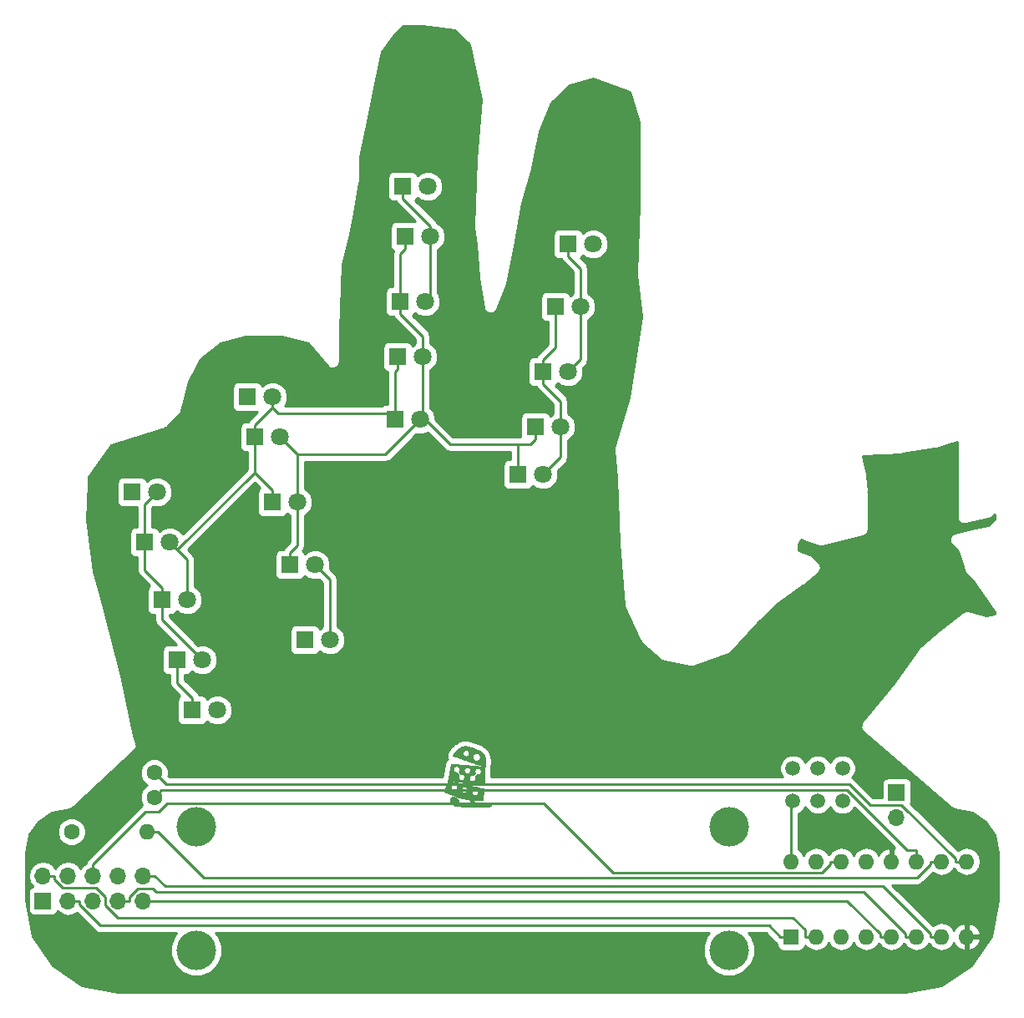
<source format=gbr>
G04 #@! TF.FileFunction,Copper,L2,Bot,Signal*
%FSLAX46Y46*%
G04 Gerber Fmt 4.6, Leading zero omitted, Abs format (unit mm)*
G04 Created by KiCad (PCBNEW 4.0.6) date 11/09/17 18:30:30*
%MOMM*%
%LPD*%
G01*
G04 APERTURE LIST*
%ADD10C,0.100000*%
%ADD11C,0.010000*%
%ADD12C,4.000000*%
%ADD13R,1.800000X1.800000*%
%ADD14C,1.800000*%
%ADD15C,1.600000*%
%ADD16O,1.600000X1.600000*%
%ADD17C,1.500000*%
%ADD18R,1.600000X1.600000*%
%ADD19R,1.700000X1.700000*%
%ADD20O,1.700000X1.700000*%
%ADD21C,0.250000*%
%ADD22C,0.254000*%
G04 APERTURE END LIST*
D10*
D11*
G36*
X143917060Y-129463017D02*
X143864758Y-129484739D01*
X143819313Y-129517916D01*
X143764529Y-129581341D01*
X143730586Y-129654592D01*
X143716207Y-129735007D01*
X143720117Y-129819922D01*
X143741038Y-129906673D01*
X143777695Y-129992597D01*
X143828811Y-130075031D01*
X143893110Y-130151311D01*
X143969317Y-130218774D01*
X144056154Y-130274756D01*
X144152345Y-130316594D01*
X144209809Y-130332850D01*
X144287464Y-130347981D01*
X144387972Y-130363190D01*
X144508787Y-130378226D01*
X144647364Y-130392840D01*
X144801158Y-130406781D01*
X144967624Y-130419799D01*
X145144216Y-130431644D01*
X145313400Y-130441289D01*
X145376862Y-130443801D01*
X145462709Y-130445981D01*
X145567927Y-130447827D01*
X145689504Y-130449342D01*
X145824427Y-130450527D01*
X145969684Y-130451382D01*
X146122260Y-130451908D01*
X146279144Y-130452107D01*
X146437322Y-130451981D01*
X146593781Y-130451528D01*
X146745508Y-130450752D01*
X146889491Y-130449653D01*
X147022717Y-130448231D01*
X147142171Y-130446489D01*
X147244843Y-130444426D01*
X147327718Y-130442045D01*
X147364450Y-130440568D01*
X147511542Y-130432593D01*
X147634026Y-130423375D01*
X147732669Y-130412790D01*
X147808239Y-130400716D01*
X147861503Y-130387028D01*
X147893229Y-130371603D01*
X147904183Y-130354317D01*
X147904200Y-130353561D01*
X147894272Y-130329802D01*
X147883359Y-130322119D01*
X147856313Y-130315007D01*
X147814033Y-130308868D01*
X147755282Y-130303660D01*
X147678825Y-130299339D01*
X147583426Y-130295863D01*
X147467851Y-130293189D01*
X147330864Y-130291274D01*
X147171229Y-130290075D01*
X146987710Y-130289549D01*
X146943661Y-130289520D01*
X146256171Y-130289300D01*
X146274811Y-130235325D01*
X146287008Y-130171183D01*
X146279360Y-130102662D01*
X146251274Y-130025194D01*
X146245953Y-130013943D01*
X146202594Y-129945952D01*
X146146731Y-129890475D01*
X146082319Y-129848574D01*
X146013315Y-129821314D01*
X145943675Y-129809756D01*
X145877356Y-129814965D01*
X145818315Y-129838003D01*
X145770508Y-129879934D01*
X145766555Y-129885128D01*
X145741272Y-129939866D01*
X145733977Y-130005959D01*
X145743753Y-130077801D01*
X145769682Y-130149785D01*
X145810848Y-130216303D01*
X145823165Y-130231140D01*
X145874359Y-130289300D01*
X145538793Y-130289300D01*
X145424446Y-130288925D01*
X145293968Y-130287876D01*
X145156616Y-130286269D01*
X145021645Y-130284216D01*
X144898313Y-130281833D01*
X144857974Y-130280902D01*
X144512720Y-130272504D01*
X144536925Y-130245977D01*
X144572491Y-130199468D01*
X144594678Y-130149386D01*
X144605837Y-130088380D01*
X144608407Y-130022600D01*
X144607293Y-129966208D01*
X144602452Y-129923813D01*
X144591439Y-129884742D01*
X144571807Y-129838325D01*
X144560804Y-129814915D01*
X144500882Y-129714635D01*
X144423084Y-129623992D01*
X144332851Y-129548523D01*
X144252950Y-129501631D01*
X144195747Y-129477022D01*
X144144386Y-129462650D01*
X144085625Y-129455204D01*
X144060864Y-129453623D01*
X143980252Y-129453224D01*
X143917060Y-129463017D01*
X143917060Y-129463017D01*
G37*
X143917060Y-129463017D02*
X143864758Y-129484739D01*
X143819313Y-129517916D01*
X143764529Y-129581341D01*
X143730586Y-129654592D01*
X143716207Y-129735007D01*
X143720117Y-129819922D01*
X143741038Y-129906673D01*
X143777695Y-129992597D01*
X143828811Y-130075031D01*
X143893110Y-130151311D01*
X143969317Y-130218774D01*
X144056154Y-130274756D01*
X144152345Y-130316594D01*
X144209809Y-130332850D01*
X144287464Y-130347981D01*
X144387972Y-130363190D01*
X144508787Y-130378226D01*
X144647364Y-130392840D01*
X144801158Y-130406781D01*
X144967624Y-130419799D01*
X145144216Y-130431644D01*
X145313400Y-130441289D01*
X145376862Y-130443801D01*
X145462709Y-130445981D01*
X145567927Y-130447827D01*
X145689504Y-130449342D01*
X145824427Y-130450527D01*
X145969684Y-130451382D01*
X146122260Y-130451908D01*
X146279144Y-130452107D01*
X146437322Y-130451981D01*
X146593781Y-130451528D01*
X146745508Y-130450752D01*
X146889491Y-130449653D01*
X147022717Y-130448231D01*
X147142171Y-130446489D01*
X147244843Y-130444426D01*
X147327718Y-130442045D01*
X147364450Y-130440568D01*
X147511542Y-130432593D01*
X147634026Y-130423375D01*
X147732669Y-130412790D01*
X147808239Y-130400716D01*
X147861503Y-130387028D01*
X147893229Y-130371603D01*
X147904183Y-130354317D01*
X147904200Y-130353561D01*
X147894272Y-130329802D01*
X147883359Y-130322119D01*
X147856313Y-130315007D01*
X147814033Y-130308868D01*
X147755282Y-130303660D01*
X147678825Y-130299339D01*
X147583426Y-130295863D01*
X147467851Y-130293189D01*
X147330864Y-130291274D01*
X147171229Y-130290075D01*
X146987710Y-130289549D01*
X146943661Y-130289520D01*
X146256171Y-130289300D01*
X146274811Y-130235325D01*
X146287008Y-130171183D01*
X146279360Y-130102662D01*
X146251274Y-130025194D01*
X146245953Y-130013943D01*
X146202594Y-129945952D01*
X146146731Y-129890475D01*
X146082319Y-129848574D01*
X146013315Y-129821314D01*
X145943675Y-129809756D01*
X145877356Y-129814965D01*
X145818315Y-129838003D01*
X145770508Y-129879934D01*
X145766555Y-129885128D01*
X145741272Y-129939866D01*
X145733977Y-130005959D01*
X145743753Y-130077801D01*
X145769682Y-130149785D01*
X145810848Y-130216303D01*
X145823165Y-130231140D01*
X145874359Y-130289300D01*
X145538793Y-130289300D01*
X145424446Y-130288925D01*
X145293968Y-130287876D01*
X145156616Y-130286269D01*
X145021645Y-130284216D01*
X144898313Y-130281833D01*
X144857974Y-130280902D01*
X144512720Y-130272504D01*
X144536925Y-130245977D01*
X144572491Y-130199468D01*
X144594678Y-130149386D01*
X144605837Y-130088380D01*
X144608407Y-130022600D01*
X144607293Y-129966208D01*
X144602452Y-129923813D01*
X144591439Y-129884742D01*
X144571807Y-129838325D01*
X144560804Y-129814915D01*
X144500882Y-129714635D01*
X144423084Y-129623992D01*
X144332851Y-129548523D01*
X144252950Y-129501631D01*
X144195747Y-129477022D01*
X144144386Y-129462650D01*
X144085625Y-129455204D01*
X144060864Y-129453623D01*
X143980252Y-129453224D01*
X143917060Y-129463017D01*
G36*
X143511839Y-127850110D02*
X143499113Y-127883066D01*
X143480750Y-127934339D01*
X143457713Y-128000966D01*
X143430965Y-128079982D01*
X143401468Y-128168421D01*
X143370186Y-128263320D01*
X143338080Y-128361711D01*
X143306113Y-128460632D01*
X143275248Y-128557116D01*
X143246447Y-128648200D01*
X143220674Y-128730918D01*
X143198891Y-128802304D01*
X143182060Y-128859395D01*
X143171144Y-128899225D01*
X143167105Y-128918830D01*
X143167101Y-128919117D01*
X143178606Y-128932461D01*
X143211449Y-128953471D01*
X143263114Y-128981075D01*
X143331090Y-129014199D01*
X143412862Y-129051771D01*
X143505918Y-129092719D01*
X143607745Y-129135969D01*
X143715828Y-129180451D01*
X143827656Y-129225090D01*
X143940715Y-129268814D01*
X144052492Y-129310552D01*
X144160473Y-129349230D01*
X144233900Y-129374394D01*
X144634177Y-129497773D01*
X145033429Y-129598740D01*
X145435202Y-129677905D01*
X145843043Y-129735879D01*
X146260502Y-129773272D01*
X146649358Y-129789875D01*
X147013765Y-129797792D01*
X147020478Y-129767321D01*
X147024442Y-129744252D01*
X147030927Y-129700454D01*
X147039536Y-129639024D01*
X147049872Y-129563055D01*
X147061539Y-129475642D01*
X147074140Y-129379880D01*
X147087279Y-129278862D01*
X147100558Y-129175685D01*
X147113582Y-129073441D01*
X147125954Y-128975227D01*
X147129145Y-128949554D01*
X146567934Y-128949554D01*
X146560796Y-129031268D01*
X146532145Y-129109322D01*
X146484227Y-129176481D01*
X146419897Y-129227583D01*
X146343752Y-129259603D01*
X146261572Y-129271779D01*
X146179135Y-129263349D01*
X146102220Y-129233551D01*
X146092935Y-129228072D01*
X146036730Y-129181405D01*
X145988736Y-129119268D01*
X145954979Y-129050568D01*
X145943667Y-129007499D01*
X145942454Y-128924998D01*
X145963522Y-128847248D01*
X146003782Y-128777788D01*
X146059464Y-128720850D01*
X145490643Y-128720850D01*
X145478825Y-128809249D01*
X145444761Y-128887925D01*
X145390529Y-128953614D01*
X145318211Y-129003056D01*
X145307332Y-129008237D01*
X145247837Y-129025385D01*
X145177552Y-129031144D01*
X145108368Y-129025316D01*
X145062168Y-129012329D01*
X145006425Y-128979344D01*
X144952133Y-128930733D01*
X144908192Y-128875156D01*
X144893065Y-128847850D01*
X144876255Y-128793007D01*
X144869242Y-128727187D01*
X144869179Y-128721684D01*
X144880027Y-128637674D01*
X144910825Y-128564361D01*
X144957970Y-128503360D01*
X144968933Y-128494742D01*
X144444593Y-128494742D01*
X144432835Y-128572266D01*
X144400436Y-128645019D01*
X144348119Y-128709415D01*
X144276606Y-128761868D01*
X144246600Y-128777002D01*
X144166128Y-128799946D01*
X144082519Y-128797894D01*
X144029994Y-128784100D01*
X143949790Y-128743714D01*
X143886190Y-128684386D01*
X143856359Y-128641044D01*
X143836264Y-128602055D01*
X143825511Y-128564928D01*
X143821475Y-128518571D01*
X143821150Y-128492250D01*
X143827250Y-128414240D01*
X143847649Y-128350903D01*
X143885501Y-128294087D01*
X143906792Y-128270789D01*
X143977213Y-128215101D01*
X144054605Y-128182530D01*
X144135390Y-128173089D01*
X144215994Y-128186789D01*
X144292841Y-128223641D01*
X144348805Y-128269395D01*
X144403300Y-128339721D01*
X144434988Y-128416032D01*
X144444593Y-128494742D01*
X144968933Y-128494742D01*
X145017858Y-128456285D01*
X145086885Y-128424748D01*
X145161448Y-128410364D01*
X145237944Y-128414746D01*
X145312767Y-128439509D01*
X145382316Y-128486265D01*
X145386497Y-128490039D01*
X145442746Y-128552984D01*
X145476355Y-128620079D01*
X145490022Y-128697299D01*
X145490643Y-128720850D01*
X146059464Y-128720850D01*
X146060144Y-128720155D01*
X146129518Y-128677885D01*
X146208816Y-128654515D01*
X146255059Y-128651000D01*
X146330673Y-128657598D01*
X146393738Y-128679856D01*
X146454109Y-128721462D01*
X146462512Y-128728693D01*
X146518567Y-128793642D01*
X146553783Y-128868804D01*
X146567934Y-128949554D01*
X147129145Y-128949554D01*
X147137277Y-128884135D01*
X147147155Y-128803262D01*
X147155190Y-128735702D01*
X147160987Y-128684548D01*
X147164149Y-128652897D01*
X147164484Y-128643650D01*
X147151724Y-128640354D01*
X147115829Y-128631983D01*
X147058475Y-128618908D01*
X146981337Y-128601497D01*
X146886090Y-128580121D01*
X146774410Y-128555149D01*
X146647971Y-128526952D01*
X146508449Y-128495900D01*
X146357518Y-128462362D01*
X146196855Y-128426708D01*
X146028134Y-128389308D01*
X145853031Y-128350533D01*
X145673220Y-128310751D01*
X145490376Y-128270334D01*
X145306176Y-128229650D01*
X145122294Y-128189070D01*
X144940406Y-128148963D01*
X144762185Y-128109700D01*
X144589309Y-128071651D01*
X144423451Y-128035184D01*
X144266287Y-128000672D01*
X144119493Y-127968482D01*
X143984743Y-127938985D01*
X143863713Y-127912551D01*
X143758077Y-127889551D01*
X143669511Y-127870353D01*
X143599691Y-127855327D01*
X143550290Y-127844844D01*
X143522985Y-127839274D01*
X143517967Y-127838439D01*
X143511839Y-127850110D01*
X143511839Y-127850110D01*
G37*
X143511839Y-127850110D02*
X143499113Y-127883066D01*
X143480750Y-127934339D01*
X143457713Y-128000966D01*
X143430965Y-128079982D01*
X143401468Y-128168421D01*
X143370186Y-128263320D01*
X143338080Y-128361711D01*
X143306113Y-128460632D01*
X143275248Y-128557116D01*
X143246447Y-128648200D01*
X143220674Y-128730918D01*
X143198891Y-128802304D01*
X143182060Y-128859395D01*
X143171144Y-128899225D01*
X143167105Y-128918830D01*
X143167101Y-128919117D01*
X143178606Y-128932461D01*
X143211449Y-128953471D01*
X143263114Y-128981075D01*
X143331090Y-129014199D01*
X143412862Y-129051771D01*
X143505918Y-129092719D01*
X143607745Y-129135969D01*
X143715828Y-129180451D01*
X143827656Y-129225090D01*
X143940715Y-129268814D01*
X144052492Y-129310552D01*
X144160473Y-129349230D01*
X144233900Y-129374394D01*
X144634177Y-129497773D01*
X145033429Y-129598740D01*
X145435202Y-129677905D01*
X145843043Y-129735879D01*
X146260502Y-129773272D01*
X146649358Y-129789875D01*
X147013765Y-129797792D01*
X147020478Y-129767321D01*
X147024442Y-129744252D01*
X147030927Y-129700454D01*
X147039536Y-129639024D01*
X147049872Y-129563055D01*
X147061539Y-129475642D01*
X147074140Y-129379880D01*
X147087279Y-129278862D01*
X147100558Y-129175685D01*
X147113582Y-129073441D01*
X147125954Y-128975227D01*
X147129145Y-128949554D01*
X146567934Y-128949554D01*
X146560796Y-129031268D01*
X146532145Y-129109322D01*
X146484227Y-129176481D01*
X146419897Y-129227583D01*
X146343752Y-129259603D01*
X146261572Y-129271779D01*
X146179135Y-129263349D01*
X146102220Y-129233551D01*
X146092935Y-129228072D01*
X146036730Y-129181405D01*
X145988736Y-129119268D01*
X145954979Y-129050568D01*
X145943667Y-129007499D01*
X145942454Y-128924998D01*
X145963522Y-128847248D01*
X146003782Y-128777788D01*
X146059464Y-128720850D01*
X145490643Y-128720850D01*
X145478825Y-128809249D01*
X145444761Y-128887925D01*
X145390529Y-128953614D01*
X145318211Y-129003056D01*
X145307332Y-129008237D01*
X145247837Y-129025385D01*
X145177552Y-129031144D01*
X145108368Y-129025316D01*
X145062168Y-129012329D01*
X145006425Y-128979344D01*
X144952133Y-128930733D01*
X144908192Y-128875156D01*
X144893065Y-128847850D01*
X144876255Y-128793007D01*
X144869242Y-128727187D01*
X144869179Y-128721684D01*
X144880027Y-128637674D01*
X144910825Y-128564361D01*
X144957970Y-128503360D01*
X144968933Y-128494742D01*
X144444593Y-128494742D01*
X144432835Y-128572266D01*
X144400436Y-128645019D01*
X144348119Y-128709415D01*
X144276606Y-128761868D01*
X144246600Y-128777002D01*
X144166128Y-128799946D01*
X144082519Y-128797894D01*
X144029994Y-128784100D01*
X143949790Y-128743714D01*
X143886190Y-128684386D01*
X143856359Y-128641044D01*
X143836264Y-128602055D01*
X143825511Y-128564928D01*
X143821475Y-128518571D01*
X143821150Y-128492250D01*
X143827250Y-128414240D01*
X143847649Y-128350903D01*
X143885501Y-128294087D01*
X143906792Y-128270789D01*
X143977213Y-128215101D01*
X144054605Y-128182530D01*
X144135390Y-128173089D01*
X144215994Y-128186789D01*
X144292841Y-128223641D01*
X144348805Y-128269395D01*
X144403300Y-128339721D01*
X144434988Y-128416032D01*
X144444593Y-128494742D01*
X144968933Y-128494742D01*
X145017858Y-128456285D01*
X145086885Y-128424748D01*
X145161448Y-128410364D01*
X145237944Y-128414746D01*
X145312767Y-128439509D01*
X145382316Y-128486265D01*
X145386497Y-128490039D01*
X145442746Y-128552984D01*
X145476355Y-128620079D01*
X145490022Y-128697299D01*
X145490643Y-128720850D01*
X146059464Y-128720850D01*
X146060144Y-128720155D01*
X146129518Y-128677885D01*
X146208816Y-128654515D01*
X146255059Y-128651000D01*
X146330673Y-128657598D01*
X146393738Y-128679856D01*
X146454109Y-128721462D01*
X146462512Y-128728693D01*
X146518567Y-128793642D01*
X146553783Y-128868804D01*
X146567934Y-128949554D01*
X147129145Y-128949554D01*
X147137277Y-128884135D01*
X147147155Y-128803262D01*
X147155190Y-128735702D01*
X147160987Y-128684548D01*
X147164149Y-128652897D01*
X147164484Y-128643650D01*
X147151724Y-128640354D01*
X147115829Y-128631983D01*
X147058475Y-128618908D01*
X146981337Y-128601497D01*
X146886090Y-128580121D01*
X146774410Y-128555149D01*
X146647971Y-128526952D01*
X146508449Y-128495900D01*
X146357518Y-128462362D01*
X146196855Y-128426708D01*
X146028134Y-128389308D01*
X145853031Y-128350533D01*
X145673220Y-128310751D01*
X145490376Y-128270334D01*
X145306176Y-128229650D01*
X145122294Y-128189070D01*
X144940406Y-128148963D01*
X144762185Y-128109700D01*
X144589309Y-128071651D01*
X144423451Y-128035184D01*
X144266287Y-128000672D01*
X144119493Y-127968482D01*
X143984743Y-127938985D01*
X143863713Y-127912551D01*
X143758077Y-127889551D01*
X143669511Y-127870353D01*
X143599691Y-127855327D01*
X143550290Y-127844844D01*
X143522985Y-127839274D01*
X143517967Y-127838439D01*
X143511839Y-127850110D01*
G36*
X143830182Y-126116784D02*
X143826946Y-126129871D01*
X143819639Y-126165383D01*
X143808721Y-126220848D01*
X143794649Y-126293792D01*
X143777883Y-126381742D01*
X143758879Y-126482225D01*
X143738096Y-126592766D01*
X143715993Y-126710893D01*
X143693027Y-126834132D01*
X143669657Y-126960010D01*
X143646342Y-127086053D01*
X143623539Y-127209788D01*
X143601707Y-127328741D01*
X143581303Y-127440439D01*
X143562787Y-127542409D01*
X143546615Y-127632177D01*
X143533248Y-127707270D01*
X143523142Y-127765214D01*
X143516756Y-127803537D01*
X143514549Y-127819763D01*
X143514613Y-127820143D01*
X143527234Y-127821355D01*
X143563746Y-127824671D01*
X143622740Y-127829967D01*
X143702804Y-127837118D01*
X143802528Y-127845999D01*
X143920501Y-127856484D01*
X144055313Y-127868448D01*
X144205554Y-127881767D01*
X144369813Y-127896315D01*
X144546679Y-127911967D01*
X144734742Y-127928598D01*
X144932592Y-127946083D01*
X145138818Y-127964296D01*
X145345150Y-127982508D01*
X145558920Y-128001390D01*
X145766161Y-128019734D01*
X145965422Y-128037408D01*
X146155251Y-128054283D01*
X146334198Y-128070229D01*
X146500810Y-128085114D01*
X146653636Y-128098810D01*
X146791224Y-128111185D01*
X146912124Y-128122109D01*
X147014884Y-128131453D01*
X147098052Y-128139085D01*
X147160177Y-128144875D01*
X147199807Y-128148694D01*
X147215225Y-128150365D01*
X147256500Y-128156850D01*
X147256500Y-126838148D01*
X146857796Y-126838148D01*
X146851810Y-126914856D01*
X146826324Y-126988588D01*
X146781348Y-127055508D01*
X146716896Y-127111779D01*
X146684768Y-127130922D01*
X146646415Y-127149827D01*
X146614889Y-127160164D01*
X146580355Y-127163714D01*
X146532977Y-127162260D01*
X146517255Y-127161277D01*
X146419360Y-127154874D01*
X146329930Y-127264762D01*
X146285458Y-127322140D01*
X146258016Y-127363925D01*
X146248153Y-127389244D01*
X146248787Y-127393700D01*
X146256411Y-127416028D01*
X146267324Y-127453493D01*
X146275554Y-127484173D01*
X146285531Y-127528919D01*
X146287214Y-127563494D01*
X146280374Y-127601291D01*
X146273110Y-127627573D01*
X146237034Y-127707665D01*
X146180603Y-127775692D01*
X146107706Y-127827167D01*
X146094450Y-127833718D01*
X146014875Y-127858949D01*
X145934355Y-127859708D01*
X145870577Y-127844195D01*
X145793411Y-127806110D01*
X145733251Y-127752745D01*
X145690427Y-127687981D01*
X145665269Y-127615698D01*
X145658107Y-127539775D01*
X145669270Y-127464093D01*
X145677434Y-127444500D01*
X145185843Y-127444500D01*
X145174606Y-127529544D01*
X145143211Y-127604688D01*
X145095130Y-127667651D01*
X145033834Y-127716155D01*
X144962794Y-127747923D01*
X144885484Y-127760675D01*
X144805374Y-127752134D01*
X144748250Y-127731681D01*
X144673204Y-127683888D01*
X144615998Y-127622156D01*
X144578004Y-127550313D01*
X144560593Y-127472188D01*
X144565138Y-127391611D01*
X144593009Y-127312412D01*
X144596032Y-127306717D01*
X144630504Y-127243381D01*
X144543327Y-127103507D01*
X144456150Y-126963634D01*
X144410128Y-126970484D01*
X144349835Y-126969482D01*
X144282343Y-126952725D01*
X144217302Y-126923465D01*
X144168956Y-126889233D01*
X144112525Y-126827341D01*
X144078572Y-126761499D01*
X144064275Y-126685503D01*
X144063390Y-126657100D01*
X144074589Y-126568022D01*
X144108003Y-126491167D01*
X144163359Y-126426948D01*
X144240383Y-126375781D01*
X144252950Y-126369650D01*
X144334495Y-126344487D01*
X144416697Y-126343779D01*
X144496274Y-126366888D01*
X144569943Y-126413176D01*
X144595111Y-126436115D01*
X144649087Y-126506529D01*
X144680267Y-126584901D01*
X144688112Y-126667511D01*
X144672084Y-126750639D01*
X144648314Y-126803715D01*
X144617294Y-126859217D01*
X144704318Y-126996283D01*
X144791342Y-127133350D01*
X144865046Y-127134174D01*
X144953306Y-127146443D01*
X145031669Y-127179236D01*
X145097108Y-127229624D01*
X145146594Y-127294676D01*
X145177099Y-127371464D01*
X145185843Y-127444500D01*
X145677434Y-127444500D01*
X145699089Y-127392531D01*
X145747893Y-127328970D01*
X145816011Y-127277288D01*
X145822092Y-127273899D01*
X145893597Y-127246527D01*
X145971645Y-127235663D01*
X146045374Y-127242688D01*
X146052712Y-127244600D01*
X146068602Y-127247317D01*
X146083731Y-127243649D01*
X146101810Y-127230577D01*
X146126550Y-127205082D01*
X146161662Y-127164146D01*
X146182701Y-127138835D01*
X146278228Y-127023419D01*
X146256525Y-126983134D01*
X146240430Y-126934064D01*
X146234049Y-126871397D01*
X146237183Y-126804924D01*
X146248005Y-126752350D01*
X145757343Y-126752350D01*
X145745820Y-126840881D01*
X145713045Y-126918240D01*
X145661705Y-126981738D01*
X145594488Y-127028687D01*
X145514083Y-127056399D01*
X145446750Y-127062942D01*
X145380613Y-127057253D01*
X145324222Y-127041799D01*
X145319469Y-127039737D01*
X145245018Y-126992729D01*
X145188200Y-126928950D01*
X145151176Y-126851779D01*
X145136111Y-126764591D01*
X145135879Y-126753184D01*
X145146115Y-126668693D01*
X145178425Y-126594814D01*
X145234204Y-126528533D01*
X145243863Y-126519778D01*
X145317433Y-126470452D01*
X145396946Y-126444661D01*
X145478845Y-126442385D01*
X145559577Y-126463601D01*
X145635587Y-126508287D01*
X145652524Y-126522318D01*
X145709393Y-126584338D01*
X145743345Y-126652283D01*
X145756863Y-126731598D01*
X145757343Y-126752350D01*
X146248005Y-126752350D01*
X146249635Y-126744436D01*
X146261940Y-126714250D01*
X146313080Y-126642802D01*
X146378467Y-126589527D01*
X146453912Y-126555768D01*
X146535228Y-126542865D01*
X146618226Y-126552161D01*
X146686493Y-126578267D01*
X146758630Y-126628522D01*
X146811218Y-126691145D01*
X146844269Y-126762299D01*
X146857796Y-126838148D01*
X147256500Y-126838148D01*
X147256500Y-126416950D01*
X147215225Y-126410186D01*
X147196523Y-126408065D01*
X147154444Y-126403906D01*
X147090920Y-126397886D01*
X147007876Y-126390178D01*
X146907243Y-126380959D01*
X146790948Y-126370404D01*
X146660920Y-126358687D01*
X146519087Y-126345985D01*
X146367377Y-126332472D01*
X146207719Y-126318324D01*
X146094450Y-126308329D01*
X145913361Y-126292369D01*
X145726421Y-126275878D01*
X145537068Y-126259161D01*
X145348740Y-126242521D01*
X145164875Y-126226263D01*
X144988910Y-126210690D01*
X144824284Y-126196108D01*
X144674433Y-126182819D01*
X144542796Y-126171129D01*
X144432810Y-126161340D01*
X144426775Y-126160802D01*
X144307164Y-126150331D01*
X144195359Y-126140911D01*
X144093890Y-126132731D01*
X144005286Y-126125976D01*
X143932078Y-126120834D01*
X143876795Y-126117491D01*
X143841968Y-126116134D01*
X143830182Y-126116784D01*
X143830182Y-126116784D01*
G37*
X143830182Y-126116784D02*
X143826946Y-126129871D01*
X143819639Y-126165383D01*
X143808721Y-126220848D01*
X143794649Y-126293792D01*
X143777883Y-126381742D01*
X143758879Y-126482225D01*
X143738096Y-126592766D01*
X143715993Y-126710893D01*
X143693027Y-126834132D01*
X143669657Y-126960010D01*
X143646342Y-127086053D01*
X143623539Y-127209788D01*
X143601707Y-127328741D01*
X143581303Y-127440439D01*
X143562787Y-127542409D01*
X143546615Y-127632177D01*
X143533248Y-127707270D01*
X143523142Y-127765214D01*
X143516756Y-127803537D01*
X143514549Y-127819763D01*
X143514613Y-127820143D01*
X143527234Y-127821355D01*
X143563746Y-127824671D01*
X143622740Y-127829967D01*
X143702804Y-127837118D01*
X143802528Y-127845999D01*
X143920501Y-127856484D01*
X144055313Y-127868448D01*
X144205554Y-127881767D01*
X144369813Y-127896315D01*
X144546679Y-127911967D01*
X144734742Y-127928598D01*
X144932592Y-127946083D01*
X145138818Y-127964296D01*
X145345150Y-127982508D01*
X145558920Y-128001390D01*
X145766161Y-128019734D01*
X145965422Y-128037408D01*
X146155251Y-128054283D01*
X146334198Y-128070229D01*
X146500810Y-128085114D01*
X146653636Y-128098810D01*
X146791224Y-128111185D01*
X146912124Y-128122109D01*
X147014884Y-128131453D01*
X147098052Y-128139085D01*
X147160177Y-128144875D01*
X147199807Y-128148694D01*
X147215225Y-128150365D01*
X147256500Y-128156850D01*
X147256500Y-126838148D01*
X146857796Y-126838148D01*
X146851810Y-126914856D01*
X146826324Y-126988588D01*
X146781348Y-127055508D01*
X146716896Y-127111779D01*
X146684768Y-127130922D01*
X146646415Y-127149827D01*
X146614889Y-127160164D01*
X146580355Y-127163714D01*
X146532977Y-127162260D01*
X146517255Y-127161277D01*
X146419360Y-127154874D01*
X146329930Y-127264762D01*
X146285458Y-127322140D01*
X146258016Y-127363925D01*
X146248153Y-127389244D01*
X146248787Y-127393700D01*
X146256411Y-127416028D01*
X146267324Y-127453493D01*
X146275554Y-127484173D01*
X146285531Y-127528919D01*
X146287214Y-127563494D01*
X146280374Y-127601291D01*
X146273110Y-127627573D01*
X146237034Y-127707665D01*
X146180603Y-127775692D01*
X146107706Y-127827167D01*
X146094450Y-127833718D01*
X146014875Y-127858949D01*
X145934355Y-127859708D01*
X145870577Y-127844195D01*
X145793411Y-127806110D01*
X145733251Y-127752745D01*
X145690427Y-127687981D01*
X145665269Y-127615698D01*
X145658107Y-127539775D01*
X145669270Y-127464093D01*
X145677434Y-127444500D01*
X145185843Y-127444500D01*
X145174606Y-127529544D01*
X145143211Y-127604688D01*
X145095130Y-127667651D01*
X145033834Y-127716155D01*
X144962794Y-127747923D01*
X144885484Y-127760675D01*
X144805374Y-127752134D01*
X144748250Y-127731681D01*
X144673204Y-127683888D01*
X144615998Y-127622156D01*
X144578004Y-127550313D01*
X144560593Y-127472188D01*
X144565138Y-127391611D01*
X144593009Y-127312412D01*
X144596032Y-127306717D01*
X144630504Y-127243381D01*
X144543327Y-127103507D01*
X144456150Y-126963634D01*
X144410128Y-126970484D01*
X144349835Y-126969482D01*
X144282343Y-126952725D01*
X144217302Y-126923465D01*
X144168956Y-126889233D01*
X144112525Y-126827341D01*
X144078572Y-126761499D01*
X144064275Y-126685503D01*
X144063390Y-126657100D01*
X144074589Y-126568022D01*
X144108003Y-126491167D01*
X144163359Y-126426948D01*
X144240383Y-126375781D01*
X144252950Y-126369650D01*
X144334495Y-126344487D01*
X144416697Y-126343779D01*
X144496274Y-126366888D01*
X144569943Y-126413176D01*
X144595111Y-126436115D01*
X144649087Y-126506529D01*
X144680267Y-126584901D01*
X144688112Y-126667511D01*
X144672084Y-126750639D01*
X144648314Y-126803715D01*
X144617294Y-126859217D01*
X144704318Y-126996283D01*
X144791342Y-127133350D01*
X144865046Y-127134174D01*
X144953306Y-127146443D01*
X145031669Y-127179236D01*
X145097108Y-127229624D01*
X145146594Y-127294676D01*
X145177099Y-127371464D01*
X145185843Y-127444500D01*
X145677434Y-127444500D01*
X145699089Y-127392531D01*
X145747893Y-127328970D01*
X145816011Y-127277288D01*
X145822092Y-127273899D01*
X145893597Y-127246527D01*
X145971645Y-127235663D01*
X146045374Y-127242688D01*
X146052712Y-127244600D01*
X146068602Y-127247317D01*
X146083731Y-127243649D01*
X146101810Y-127230577D01*
X146126550Y-127205082D01*
X146161662Y-127164146D01*
X146182701Y-127138835D01*
X146278228Y-127023419D01*
X146256525Y-126983134D01*
X146240430Y-126934064D01*
X146234049Y-126871397D01*
X146237183Y-126804924D01*
X146248005Y-126752350D01*
X145757343Y-126752350D01*
X145745820Y-126840881D01*
X145713045Y-126918240D01*
X145661705Y-126981738D01*
X145594488Y-127028687D01*
X145514083Y-127056399D01*
X145446750Y-127062942D01*
X145380613Y-127057253D01*
X145324222Y-127041799D01*
X145319469Y-127039737D01*
X145245018Y-126992729D01*
X145188200Y-126928950D01*
X145151176Y-126851779D01*
X145136111Y-126764591D01*
X145135879Y-126753184D01*
X145146115Y-126668693D01*
X145178425Y-126594814D01*
X145234204Y-126528533D01*
X145243863Y-126519778D01*
X145317433Y-126470452D01*
X145396946Y-126444661D01*
X145478845Y-126442385D01*
X145559577Y-126463601D01*
X145635587Y-126508287D01*
X145652524Y-126522318D01*
X145709393Y-126584338D01*
X145743345Y-126652283D01*
X145756863Y-126731598D01*
X145757343Y-126752350D01*
X146248005Y-126752350D01*
X146249635Y-126744436D01*
X146261940Y-126714250D01*
X146313080Y-126642802D01*
X146378467Y-126589527D01*
X146453912Y-126555768D01*
X146535228Y-126542865D01*
X146618226Y-126552161D01*
X146686493Y-126578267D01*
X146758630Y-126628522D01*
X146811218Y-126691145D01*
X146844269Y-126762299D01*
X146857796Y-126838148D01*
X147256500Y-126838148D01*
X147256500Y-126416950D01*
X147215225Y-126410186D01*
X147196523Y-126408065D01*
X147154444Y-126403906D01*
X147090920Y-126397886D01*
X147007876Y-126390178D01*
X146907243Y-126380959D01*
X146790948Y-126370404D01*
X146660920Y-126358687D01*
X146519087Y-126345985D01*
X146367377Y-126332472D01*
X146207719Y-126318324D01*
X146094450Y-126308329D01*
X145913361Y-126292369D01*
X145726421Y-126275878D01*
X145537068Y-126259161D01*
X145348740Y-126242521D01*
X145164875Y-126226263D01*
X144988910Y-126210690D01*
X144824284Y-126196108D01*
X144674433Y-126182819D01*
X144542796Y-126171129D01*
X144432810Y-126161340D01*
X144426775Y-126160802D01*
X144307164Y-126150331D01*
X144195359Y-126140911D01*
X144093890Y-126132731D01*
X144005286Y-126125976D01*
X143932078Y-126120834D01*
X143876795Y-126117491D01*
X143841968Y-126116134D01*
X143830182Y-126116784D01*
G36*
X145154968Y-124313278D02*
X145076881Y-124323414D01*
X145059400Y-124327060D01*
X144915284Y-124370754D01*
X144777132Y-124434401D01*
X144642662Y-124519401D01*
X144509592Y-124627154D01*
X144404200Y-124729034D01*
X144248295Y-124906096D01*
X144115123Y-125091859D01*
X144041725Y-125215077D01*
X144006985Y-125278004D01*
X144625268Y-125491616D01*
X144740437Y-125531405D01*
X144876046Y-125578255D01*
X145028525Y-125630931D01*
X145194306Y-125688201D01*
X145369819Y-125748833D01*
X145551495Y-125811593D01*
X145735766Y-125875249D01*
X145919063Y-125938567D01*
X146097817Y-126000315D01*
X146240500Y-126049602D01*
X146393298Y-126102387D01*
X146539291Y-126152830D01*
X146676681Y-126200309D01*
X146803670Y-126244202D01*
X146918463Y-126283889D01*
X147019261Y-126318747D01*
X147104267Y-126348155D01*
X147171684Y-126371492D01*
X147219714Y-126388136D01*
X147246561Y-126397465D01*
X147251699Y-126399273D01*
X147260487Y-126389719D01*
X147270921Y-126355960D01*
X147282700Y-126299113D01*
X147289229Y-126260959D01*
X147300931Y-126167897D01*
X147308752Y-126061319D01*
X147312678Y-125947797D01*
X147312694Y-125833905D01*
X147308785Y-125726214D01*
X147300934Y-125631298D01*
X147290842Y-125563997D01*
X147244954Y-125387639D01*
X147240431Y-125376395D01*
X146760415Y-125376395D01*
X146758508Y-125423383D01*
X146747346Y-125509584D01*
X146725837Y-125572679D01*
X146691752Y-125622572D01*
X146642856Y-125674162D01*
X146587198Y-125720224D01*
X146532831Y-125753538D01*
X146516413Y-125760552D01*
X146455977Y-125774093D01*
X146383730Y-125777431D01*
X146309905Y-125771111D01*
X146244738Y-125755676D01*
X146218613Y-125744717D01*
X146140047Y-125691309D01*
X146079489Y-125623528D01*
X146037566Y-125545233D01*
X146014903Y-125460282D01*
X146012126Y-125372531D01*
X146029860Y-125285839D01*
X146068731Y-125204062D01*
X146120473Y-125139674D01*
X146195198Y-125081264D01*
X146272232Y-125047244D01*
X145651491Y-125047244D01*
X145635125Y-125130716D01*
X145617210Y-125172828D01*
X145587463Y-125216273D01*
X145544297Y-125261447D01*
X145495714Y-125301206D01*
X145449720Y-125328409D01*
X145437669Y-125333039D01*
X145371159Y-125345287D01*
X145298496Y-125344490D01*
X145234000Y-125330880D01*
X145157860Y-125291139D01*
X145096565Y-125233902D01*
X145052374Y-125163493D01*
X145027549Y-125084239D01*
X145024353Y-125000464D01*
X145034105Y-124948576D01*
X145056187Y-124897962D01*
X145092486Y-124844468D01*
X145105591Y-124829047D01*
X145174520Y-124769033D01*
X145250449Y-124732172D01*
X145330100Y-124718567D01*
X145410193Y-124728321D01*
X145487447Y-124761535D01*
X145555305Y-124814995D01*
X145611111Y-124886667D01*
X145643330Y-124964989D01*
X145651491Y-125047244D01*
X146272232Y-125047244D01*
X146277638Y-125044857D01*
X146364122Y-125029748D01*
X146450983Y-125035233D01*
X146534552Y-125060608D01*
X146611160Y-125105167D01*
X146677137Y-125168208D01*
X146728816Y-125249026D01*
X146732657Y-125257185D01*
X146749487Y-125298131D01*
X146758192Y-125334349D01*
X146760415Y-125376395D01*
X147240431Y-125376395D01*
X147180841Y-125228271D01*
X147098829Y-125086321D01*
X146999243Y-124962216D01*
X146882409Y-124856383D01*
X146748653Y-124769248D01*
X146648159Y-124720879D01*
X146608248Y-124705064D01*
X146549034Y-124682925D01*
X146473758Y-124655577D01*
X146385662Y-124624134D01*
X146287987Y-124589710D01*
X146183974Y-124553420D01*
X146076863Y-124516379D01*
X145969898Y-124479701D01*
X145866317Y-124444501D01*
X145769364Y-124411893D01*
X145682278Y-124382992D01*
X145608302Y-124358913D01*
X145550676Y-124340769D01*
X145512642Y-124329676D01*
X145504828Y-124327726D01*
X145430294Y-124315893D01*
X145340953Y-124309531D01*
X145246085Y-124308654D01*
X145154968Y-124313278D01*
X145154968Y-124313278D01*
G37*
X145154968Y-124313278D02*
X145076881Y-124323414D01*
X145059400Y-124327060D01*
X144915284Y-124370754D01*
X144777132Y-124434401D01*
X144642662Y-124519401D01*
X144509592Y-124627154D01*
X144404200Y-124729034D01*
X144248295Y-124906096D01*
X144115123Y-125091859D01*
X144041725Y-125215077D01*
X144006985Y-125278004D01*
X144625268Y-125491616D01*
X144740437Y-125531405D01*
X144876046Y-125578255D01*
X145028525Y-125630931D01*
X145194306Y-125688201D01*
X145369819Y-125748833D01*
X145551495Y-125811593D01*
X145735766Y-125875249D01*
X145919063Y-125938567D01*
X146097817Y-126000315D01*
X146240500Y-126049602D01*
X146393298Y-126102387D01*
X146539291Y-126152830D01*
X146676681Y-126200309D01*
X146803670Y-126244202D01*
X146918463Y-126283889D01*
X147019261Y-126318747D01*
X147104267Y-126348155D01*
X147171684Y-126371492D01*
X147219714Y-126388136D01*
X147246561Y-126397465D01*
X147251699Y-126399273D01*
X147260487Y-126389719D01*
X147270921Y-126355960D01*
X147282700Y-126299113D01*
X147289229Y-126260959D01*
X147300931Y-126167897D01*
X147308752Y-126061319D01*
X147312678Y-125947797D01*
X147312694Y-125833905D01*
X147308785Y-125726214D01*
X147300934Y-125631298D01*
X147290842Y-125563997D01*
X147244954Y-125387639D01*
X147240431Y-125376395D01*
X146760415Y-125376395D01*
X146758508Y-125423383D01*
X146747346Y-125509584D01*
X146725837Y-125572679D01*
X146691752Y-125622572D01*
X146642856Y-125674162D01*
X146587198Y-125720224D01*
X146532831Y-125753538D01*
X146516413Y-125760552D01*
X146455977Y-125774093D01*
X146383730Y-125777431D01*
X146309905Y-125771111D01*
X146244738Y-125755676D01*
X146218613Y-125744717D01*
X146140047Y-125691309D01*
X146079489Y-125623528D01*
X146037566Y-125545233D01*
X146014903Y-125460282D01*
X146012126Y-125372531D01*
X146029860Y-125285839D01*
X146068731Y-125204062D01*
X146120473Y-125139674D01*
X146195198Y-125081264D01*
X146272232Y-125047244D01*
X145651491Y-125047244D01*
X145635125Y-125130716D01*
X145617210Y-125172828D01*
X145587463Y-125216273D01*
X145544297Y-125261447D01*
X145495714Y-125301206D01*
X145449720Y-125328409D01*
X145437669Y-125333039D01*
X145371159Y-125345287D01*
X145298496Y-125344490D01*
X145234000Y-125330880D01*
X145157860Y-125291139D01*
X145096565Y-125233902D01*
X145052374Y-125163493D01*
X145027549Y-125084239D01*
X145024353Y-125000464D01*
X145034105Y-124948576D01*
X145056187Y-124897962D01*
X145092486Y-124844468D01*
X145105591Y-124829047D01*
X145174520Y-124769033D01*
X145250449Y-124732172D01*
X145330100Y-124718567D01*
X145410193Y-124728321D01*
X145487447Y-124761535D01*
X145555305Y-124814995D01*
X145611111Y-124886667D01*
X145643330Y-124964989D01*
X145651491Y-125047244D01*
X146272232Y-125047244D01*
X146277638Y-125044857D01*
X146364122Y-125029748D01*
X146450983Y-125035233D01*
X146534552Y-125060608D01*
X146611160Y-125105167D01*
X146677137Y-125168208D01*
X146728816Y-125249026D01*
X146732657Y-125257185D01*
X146749487Y-125298131D01*
X146758192Y-125334349D01*
X146760415Y-125376395D01*
X147240431Y-125376395D01*
X147180841Y-125228271D01*
X147098829Y-125086321D01*
X146999243Y-124962216D01*
X146882409Y-124856383D01*
X146748653Y-124769248D01*
X146648159Y-124720879D01*
X146608248Y-124705064D01*
X146549034Y-124682925D01*
X146473758Y-124655577D01*
X146385662Y-124624134D01*
X146287987Y-124589710D01*
X146183974Y-124553420D01*
X146076863Y-124516379D01*
X145969898Y-124479701D01*
X145866317Y-124444501D01*
X145769364Y-124411893D01*
X145682278Y-124382992D01*
X145608302Y-124358913D01*
X145550676Y-124340769D01*
X145512642Y-124329676D01*
X145504828Y-124327726D01*
X145430294Y-124315893D01*
X145340953Y-124309531D01*
X145246085Y-124308654D01*
X145154968Y-124313278D01*
D12*
X172000000Y-145000000D03*
X118000000Y-132500000D03*
X172000000Y-132500000D03*
D13*
X111506000Y-98552000D03*
D14*
X114046000Y-98552000D03*
D13*
X114554000Y-109474000D03*
D14*
X117094000Y-109474000D03*
D13*
X117602000Y-120650000D03*
D14*
X120142000Y-120650000D03*
D13*
X112776000Y-103632000D03*
D14*
X115316000Y-103632000D03*
D13*
X116078000Y-115570000D03*
D14*
X118618000Y-115570000D03*
D13*
X123190000Y-88900000D03*
D14*
X125730000Y-88900000D03*
D13*
X125730000Y-99568000D03*
D14*
X128270000Y-99568000D03*
D13*
X129032000Y-113538000D03*
D14*
X131572000Y-113538000D03*
D13*
X123952000Y-92964000D03*
D14*
X126492000Y-92964000D03*
D13*
X127508000Y-105918000D03*
D14*
X130048000Y-105918000D03*
D13*
X138938000Y-67564000D03*
D14*
X141478000Y-67564000D03*
D13*
X138684000Y-79248000D03*
D14*
X141224000Y-79248000D03*
D13*
X138176000Y-91186000D03*
D14*
X140716000Y-91186000D03*
D13*
X139192000Y-72644000D03*
D14*
X141732000Y-72644000D03*
D13*
X138430000Y-84836000D03*
D14*
X140970000Y-84836000D03*
D13*
X155702000Y-73406000D03*
D14*
X158242000Y-73406000D03*
D13*
X153162000Y-86360000D03*
D14*
X155702000Y-86360000D03*
D13*
X150622000Y-96774000D03*
D14*
X153162000Y-96774000D03*
D13*
X154432000Y-79756000D03*
D14*
X156972000Y-79756000D03*
D13*
X152400000Y-91948000D03*
D14*
X154940000Y-91948000D03*
D15*
X105380000Y-133000000D03*
D16*
X113000000Y-133000000D03*
D17*
X181000000Y-126550000D03*
X183500000Y-126550000D03*
X178500000Y-126550000D03*
X178500000Y-129850000D03*
X181000000Y-129850000D03*
X183500000Y-129850000D03*
D18*
X178300000Y-143620000D03*
D16*
X196080000Y-136000000D03*
X180840000Y-143620000D03*
X193540000Y-136000000D03*
X183380000Y-143620000D03*
X191000000Y-136000000D03*
X185920000Y-143620000D03*
X188460000Y-136000000D03*
X188460000Y-143620000D03*
X185920000Y-136000000D03*
X191000000Y-143620000D03*
X183380000Y-136000000D03*
X193540000Y-143620000D03*
X180840000Y-136000000D03*
X196080000Y-143620000D03*
X178300000Y-136000000D03*
D19*
X189000000Y-129000000D03*
D20*
X189000000Y-131540000D03*
D15*
X113750000Y-129500000D03*
X113750000Y-127000000D03*
D12*
X118000000Y-145000000D03*
D19*
X102460000Y-140000000D03*
D20*
X102460000Y-137460000D03*
X105000000Y-140000000D03*
X105000000Y-137460000D03*
X107540000Y-140000000D03*
X107540000Y-137460000D03*
X110080000Y-140000000D03*
X110080000Y-137460000D03*
X112620000Y-140000000D03*
X112620000Y-137460000D03*
D21*
X114494000Y-128756000D02*
X113750000Y-129500000D01*
X183982000Y-128756000D02*
X114494000Y-128756000D01*
X190101000Y-134875000D02*
X183982000Y-128756000D01*
X191000000Y-134875000D02*
X190101000Y-134875000D01*
X191000000Y-136000000D02*
X191000000Y-134875000D01*
X114950000Y-128200000D02*
X113750000Y-127000000D01*
X184225000Y-128200000D02*
X114950000Y-128200000D01*
X186296000Y-130271000D02*
X184225000Y-128200000D01*
X189507000Y-130271000D02*
X186296000Y-130271000D01*
X194955000Y-135719000D02*
X189507000Y-130271000D01*
X194955000Y-136000000D02*
X194955000Y-135719000D01*
X196080000Y-136000000D02*
X194955000Y-136000000D01*
X183996000Y-140000000D02*
X112620000Y-140000000D01*
X187335000Y-143339000D02*
X183996000Y-140000000D01*
X187335000Y-143620000D02*
X187335000Y-143339000D01*
X188460000Y-143620000D02*
X187335000Y-143620000D01*
X103635000Y-137460000D02*
X102460000Y-137460000D01*
X103635000Y-137827000D02*
X103635000Y-137460000D01*
X104443000Y-138635000D02*
X103635000Y-137827000D01*
X107876000Y-138635000D02*
X104443000Y-138635000D01*
X108810000Y-139569000D02*
X107876000Y-138635000D01*
X108810000Y-140408000D02*
X108810000Y-139569000D01*
X110078000Y-141676000D02*
X108810000Y-140408000D01*
X178474000Y-141676000D02*
X110078000Y-141676000D01*
X179715000Y-142917000D02*
X178474000Y-141676000D01*
X179715000Y-143620000D02*
X179715000Y-142917000D01*
X180840000Y-143620000D02*
X179715000Y-143620000D01*
X106175000Y-140000000D02*
X105000000Y-140000000D01*
X106175000Y-140367000D02*
X106175000Y-140000000D01*
X108303000Y-142495000D02*
X106175000Y-140367000D01*
X176049000Y-142495000D02*
X108303000Y-142495000D01*
X177175000Y-143620000D02*
X176049000Y-142495000D01*
X178300000Y-143620000D02*
X177175000Y-143620000D01*
X107540000Y-136285000D02*
X107540000Y-137460000D01*
X112874000Y-130951000D02*
X107540000Y-136285000D01*
X114235000Y-130951000D02*
X112874000Y-130951000D01*
X115051000Y-130135000D02*
X114235000Y-130951000D01*
X153262000Y-130135000D02*
X115051000Y-130135000D01*
X160252000Y-137125000D02*
X153262000Y-130135000D01*
X181411000Y-137125000D02*
X160252000Y-137125000D01*
X182255000Y-136281000D02*
X181411000Y-137125000D01*
X182255000Y-136000000D02*
X182255000Y-136281000D01*
X183380000Y-136000000D02*
X182255000Y-136000000D01*
X111255000Y-140000000D02*
X110080000Y-140000000D01*
X111255000Y-139633000D02*
X111255000Y-140000000D01*
X112102000Y-138786000D02*
X111255000Y-139633000D01*
X113628000Y-138786000D02*
X112102000Y-138786000D01*
X113934000Y-139092000D02*
X113628000Y-138786000D01*
X185628000Y-139092000D02*
X113934000Y-139092000D01*
X189875000Y-143339000D02*
X185628000Y-139092000D01*
X189875000Y-143620000D02*
X189875000Y-143339000D01*
X191000000Y-143620000D02*
X189875000Y-143620000D01*
X113795000Y-137460000D02*
X112620000Y-137460000D01*
X114838000Y-138502000D02*
X113795000Y-137460000D01*
X187578000Y-138502000D02*
X114838000Y-138502000D01*
X192415000Y-143339000D02*
X187578000Y-138502000D01*
X192415000Y-143620000D02*
X192415000Y-143339000D01*
X193540000Y-143620000D02*
X192415000Y-143620000D01*
X192415000Y-136000000D02*
X193540000Y-136000000D01*
X192415000Y-136281000D02*
X192415000Y-136000000D01*
X191084000Y-137612000D02*
X192415000Y-136281000D01*
X118737000Y-137612000D02*
X191084000Y-137612000D01*
X114125000Y-133000000D02*
X118737000Y-137612000D01*
X113000000Y-133000000D02*
X114125000Y-133000000D01*
X178300000Y-130050000D02*
X178300000Y-136000000D01*
X178500000Y-129850000D02*
X178300000Y-130050000D01*
X154432000Y-83864700D02*
X153162000Y-85134700D01*
X154432000Y-79756000D02*
X154432000Y-83864700D01*
X153162000Y-86360000D02*
X153162000Y-85134700D01*
X154940000Y-94996000D02*
X154940000Y-91948000D01*
X153162000Y-96774000D02*
X154940000Y-94996000D01*
X154940000Y-89363300D02*
X153162000Y-87585300D01*
X154940000Y-91948000D02*
X154940000Y-89363300D01*
X153162000Y-86360000D02*
X153162000Y-87585300D01*
X141732000Y-78740000D02*
X141732000Y-72644000D01*
X141224000Y-79248000D02*
X141732000Y-78740000D01*
X141732000Y-71583300D02*
X138938000Y-68789300D01*
X141732000Y-72644000D02*
X141732000Y-71583300D01*
X138938000Y-67564000D02*
X138938000Y-68789300D01*
X131572000Y-107442000D02*
X131572000Y-113538000D01*
X130048000Y-105918000D02*
X131572000Y-107442000D01*
X125730000Y-99568000D02*
X125730000Y-98342700D01*
X116078000Y-117900700D02*
X117602000Y-119424700D01*
X116078000Y-115570000D02*
X116078000Y-117900700D01*
X117602000Y-120650000D02*
X117602000Y-119424700D01*
X123952000Y-96564700D02*
X125730000Y-98342700D01*
X123952000Y-92964000D02*
X123952000Y-96564700D01*
X123952000Y-96564700D02*
X116100400Y-104416300D01*
X115316000Y-103632000D02*
X116100400Y-104416300D01*
X117094000Y-105410000D02*
X117094000Y-109474000D01*
X116100400Y-104416300D02*
X117094000Y-105410000D01*
X123952000Y-92964000D02*
X123952000Y-91738700D01*
X138176000Y-91186000D02*
X138176000Y-90573300D01*
X126342600Y-90573300D02*
X125730000Y-89960700D01*
X138176000Y-90573300D02*
X126342600Y-90573300D01*
X125730000Y-88900000D02*
X125730000Y-89960700D01*
X125730000Y-89960700D02*
X123952000Y-91738700D01*
X138176000Y-86315300D02*
X138176000Y-90573300D01*
X138430000Y-86061300D02*
X138176000Y-86315300D01*
X138430000Y-84836000D02*
X138430000Y-86061300D01*
X152400000Y-91948000D02*
X152400000Y-93173300D01*
X156972000Y-75901300D02*
X155702000Y-74631300D01*
X156972000Y-79756000D02*
X156972000Y-75901300D01*
X155702000Y-73406000D02*
X155702000Y-74631300D01*
X156972000Y-85090000D02*
X156972000Y-79756000D01*
X155702000Y-86360000D02*
X156972000Y-85090000D01*
X138684000Y-74377300D02*
X138684000Y-79248000D01*
X139192000Y-73869300D02*
X138684000Y-74377300D01*
X139192000Y-72644000D02*
X139192000Y-73869300D01*
X140970000Y-82759300D02*
X138684000Y-80473300D01*
X140970000Y-84836000D02*
X140970000Y-82759300D01*
X138684000Y-79248000D02*
X138684000Y-80473300D01*
X112776000Y-99822000D02*
X114046000Y-98552000D01*
X112776000Y-103632000D02*
X112776000Y-99822000D01*
X114554000Y-111506000D02*
X114554000Y-109474000D01*
X118618000Y-115570000D02*
X114554000Y-111506000D01*
X112776000Y-106470700D02*
X112776000Y-103632000D01*
X114554000Y-108248700D02*
X112776000Y-106470700D01*
X114554000Y-109474000D02*
X114554000Y-108248700D01*
X137160000Y-94742000D02*
X128270000Y-94742000D01*
X140716000Y-91186000D02*
X137160000Y-94742000D01*
X126492000Y-92964000D02*
X128270000Y-94742000D01*
X128270000Y-94742000D02*
X128270000Y-99568000D01*
X128270000Y-103930700D02*
X127508000Y-104692700D01*
X128270000Y-99568000D02*
X128270000Y-103930700D01*
X127508000Y-105918000D02*
X127508000Y-104692700D01*
X140970000Y-84836000D02*
X140970000Y-90932000D01*
X140970000Y-90932000D02*
X140716000Y-91186000D01*
X150622000Y-93687700D02*
X150622000Y-96774000D01*
X151885600Y-93687700D02*
X150622000Y-93687700D01*
X152400000Y-93173300D02*
X151885600Y-93687700D01*
X143725700Y-93687700D02*
X140970000Y-90932000D01*
X150622000Y-93687700D02*
X143725700Y-93687700D01*
D22*
G36*
X144191302Y-51723394D02*
X145654503Y-53186595D01*
X146857626Y-58720962D01*
X146358453Y-64711038D01*
X146360330Y-64727550D01*
X146356486Y-64743722D01*
X146102486Y-71601722D01*
X146112608Y-71664711D01*
X146109136Y-71728409D01*
X146359864Y-73483506D01*
X146612091Y-76762455D01*
X146620650Y-76793009D01*
X146619660Y-76824723D01*
X147127660Y-79872723D01*
X147157777Y-79952373D01*
X147175407Y-80035683D01*
X147206315Y-80080741D01*
X147225639Y-80131846D01*
X147283944Y-80193908D01*
X147332113Y-80264129D01*
X147377908Y-80293927D01*
X147415321Y-80333751D01*
X147492942Y-80368778D01*
X147564313Y-80415218D01*
X147618027Y-80425223D01*
X147667830Y-80447697D01*
X147752941Y-80450353D01*
X147836657Y-80465947D01*
X147890114Y-80454635D01*
X147944723Y-80456339D01*
X148024369Y-80426224D01*
X148107683Y-80408593D01*
X148152742Y-80377684D01*
X148203846Y-80358361D01*
X148265908Y-80300056D01*
X148336129Y-80251887D01*
X148365927Y-80206092D01*
X148405751Y-80168679D01*
X148440778Y-80091058D01*
X148487218Y-80019687D01*
X149503219Y-77479687D01*
X149515172Y-77415516D01*
X149540212Y-77355242D01*
X150302212Y-73545242D01*
X150302221Y-73537036D01*
X150305196Y-73529388D01*
X151060796Y-69247652D01*
X152066682Y-65727052D01*
X152069061Y-65698083D01*
X152080212Y-65671242D01*
X152828423Y-61930185D01*
X154017364Y-59076728D01*
X155816721Y-57277371D01*
X158214841Y-56623338D01*
X161978023Y-57951520D01*
X162866000Y-61059439D01*
X162866000Y-69329315D01*
X162612452Y-76428659D01*
X162621184Y-76482544D01*
X162616863Y-76536957D01*
X163113702Y-80760086D01*
X161865528Y-88998034D01*
X160355943Y-94029983D01*
X160343136Y-94164240D01*
X160328916Y-94298280D01*
X160581238Y-97073821D01*
X160834525Y-103659288D01*
X160837996Y-103673798D01*
X160836261Y-103688619D01*
X161344261Y-110038620D01*
X161378224Y-110158450D01*
X161407349Y-110279531D01*
X162931349Y-113581532D01*
X162937052Y-113589374D01*
X162939572Y-113598737D01*
X163018317Y-113701122D01*
X163094281Y-113805580D01*
X163102550Y-113810642D01*
X163108462Y-113818329D01*
X165140462Y-115596329D01*
X165180385Y-115619319D01*
X165212928Y-115651930D01*
X165299391Y-115687850D01*
X165380530Y-115734575D01*
X165426214Y-115740538D01*
X165468758Y-115758212D01*
X168008758Y-116266212D01*
X168061546Y-116266267D01*
X168112745Y-116279124D01*
X168198799Y-116266411D01*
X168285786Y-116266502D01*
X168334577Y-116246352D01*
X168386799Y-116238637D01*
X171942798Y-114968637D01*
X171971476Y-114951471D01*
X172003941Y-114943533D01*
X172089488Y-114880831D01*
X172180497Y-114826355D01*
X172200423Y-114799522D01*
X172227379Y-114779764D01*
X175010951Y-111743141D01*
X176988088Y-109766004D01*
X179477158Y-108023655D01*
X179498027Y-108001861D01*
X179524531Y-107987437D01*
X181048531Y-106717437D01*
X181068989Y-106692123D01*
X181096045Y-106674045D01*
X181155446Y-106585146D01*
X181222661Y-106501977D01*
X181231874Y-106470764D01*
X181249954Y-106443705D01*
X181270814Y-106338835D01*
X181301084Y-106236281D01*
X181297651Y-106203919D01*
X181304000Y-106172000D01*
X181283139Y-106067125D01*
X181271859Y-105960798D01*
X181256303Y-105932214D01*
X181249954Y-105900295D01*
X181190550Y-105811391D01*
X181139437Y-105717469D01*
X181114125Y-105697012D01*
X181096045Y-105669954D01*
X180588046Y-105161954D01*
X180476379Y-105087341D01*
X180365682Y-105011407D01*
X179018000Y-104433829D01*
X179018000Y-103828659D01*
X179295719Y-103365793D01*
X179438163Y-103460756D01*
X179525444Y-103496802D01*
X179607478Y-103543565D01*
X181131478Y-104051565D01*
X181193065Y-104059329D01*
X181251500Y-104080267D01*
X181329176Y-104076487D01*
X181406331Y-104086213D01*
X181466199Y-104069818D01*
X181528200Y-104066801D01*
X183560201Y-103558801D01*
X183560202Y-103558800D01*
X185592201Y-103050801D01*
X185639933Y-103028252D01*
X185691705Y-103017954D01*
X185764031Y-102969628D01*
X185842685Y-102932471D01*
X185878153Y-102893374D01*
X185922046Y-102864046D01*
X185970372Y-102791721D01*
X186028821Y-102727292D01*
X186046629Y-102677594D01*
X186075954Y-102633705D01*
X186092924Y-102548391D01*
X186122267Y-102466500D01*
X186119701Y-102413775D01*
X186130000Y-102362000D01*
X186130000Y-98552000D01*
X186122263Y-98513104D01*
X186125657Y-98473594D01*
X185871657Y-96187594D01*
X185857137Y-96141793D01*
X185854801Y-96093800D01*
X185558644Y-94909170D01*
X189523384Y-94688907D01*
X189557140Y-94680221D01*
X189591961Y-94681744D01*
X192893960Y-94173744D01*
X192950660Y-94153111D01*
X193010522Y-94145565D01*
X195124000Y-93441072D01*
X195124000Y-101092000D01*
X195139172Y-101168272D01*
X195140907Y-101246021D01*
X195165936Y-101302827D01*
X195178046Y-101363705D01*
X195221250Y-101428365D01*
X195252607Y-101499531D01*
X195297467Y-101542432D01*
X195331954Y-101594046D01*
X195396614Y-101637250D01*
X195452818Y-101691000D01*
X195510685Y-101713470D01*
X195562295Y-101747954D01*
X195638566Y-101763125D01*
X195711061Y-101791275D01*
X195773119Y-101789890D01*
X195834000Y-101802000D01*
X195910272Y-101786828D01*
X195988021Y-101785093D01*
X198274020Y-101277093D01*
X198284633Y-101272417D01*
X198296208Y-101271786D01*
X198411009Y-101216734D01*
X198527531Y-101165393D01*
X198535544Y-101157014D01*
X198546000Y-101152000D01*
X198934000Y-100861000D01*
X198934000Y-101305908D01*
X198286842Y-101953066D01*
X196987277Y-102169660D01*
X196960447Y-102179805D01*
X196931800Y-102181199D01*
X194899800Y-102689199D01*
X194852069Y-102711747D01*
X194800295Y-102722046D01*
X194727968Y-102770373D01*
X194649315Y-102807529D01*
X194613847Y-102846626D01*
X194569954Y-102875954D01*
X194521626Y-102948282D01*
X194463180Y-103012708D01*
X194445373Y-103062404D01*
X194416046Y-103106295D01*
X194399075Y-103191611D01*
X194369733Y-103273500D01*
X194372299Y-103326224D01*
X194362000Y-103378000D01*
X194378971Y-103463317D01*
X194383199Y-103550200D01*
X194405747Y-103597931D01*
X194416046Y-103649705D01*
X194464373Y-103722032D01*
X194501529Y-103800685D01*
X194540626Y-103836153D01*
X194569954Y-103880046D01*
X195213438Y-104523529D01*
X195922435Y-106650522D01*
X195935069Y-106672686D01*
X195940046Y-106697705D01*
X196003270Y-106792327D01*
X196059628Y-106891193D01*
X196079780Y-106906833D01*
X196093954Y-106928046D01*
X196810687Y-107644779D01*
X198934000Y-110711787D01*
X198934000Y-110873140D01*
X198137313Y-111032477D01*
X196260200Y-110563199D01*
X196217060Y-110561100D01*
X196176065Y-110547482D01*
X196079843Y-110554422D01*
X195983500Y-110549733D01*
X195942839Y-110564303D01*
X195899754Y-110567410D01*
X195813517Y-110610641D01*
X195722708Y-110643180D01*
X195690716Y-110672202D01*
X195652102Y-110691560D01*
X193366102Y-112469560D01*
X193354882Y-112482524D01*
X193339938Y-112490928D01*
X191561938Y-114014928D01*
X191511573Y-114079049D01*
X191451452Y-114134132D01*
X188667085Y-117930996D01*
X185502327Y-121855296D01*
X185443250Y-121968135D01*
X185380593Y-122079022D01*
X185379192Y-122090487D01*
X185373833Y-122100722D01*
X185362433Y-122227589D01*
X185346981Y-122354004D01*
X185350074Y-122365133D01*
X185349040Y-122376639D01*
X185387056Y-122498202D01*
X185421160Y-122620916D01*
X185428277Y-122630016D01*
X185431725Y-122641040D01*
X185513356Y-122738790D01*
X185591834Y-122839124D01*
X194536834Y-130538124D01*
X194574752Y-130559550D01*
X194605546Y-130590343D01*
X194694343Y-130627124D01*
X194778022Y-130674407D01*
X194821248Y-130679691D01*
X194861486Y-130696358D01*
X196636390Y-131049408D01*
X198023654Y-131976349D01*
X198950592Y-133363610D01*
X199290000Y-135069931D01*
X199290000Y-139930069D01*
X198569989Y-143549807D01*
X196559187Y-146559186D01*
X193549805Y-148569990D01*
X189930069Y-149290000D01*
X110069931Y-149290000D01*
X106450193Y-148569989D01*
X103440814Y-146559187D01*
X101430010Y-143549805D01*
X100710000Y-139930069D01*
X100710000Y-139150000D01*
X100962560Y-139150000D01*
X100962560Y-140850000D01*
X101006838Y-141085317D01*
X101145910Y-141301441D01*
X101358110Y-141446431D01*
X101610000Y-141497440D01*
X103310000Y-141497440D01*
X103545317Y-141453162D01*
X103761441Y-141314090D01*
X103906431Y-141101890D01*
X103920086Y-141034459D01*
X103949946Y-141079147D01*
X104431715Y-141401054D01*
X105000000Y-141514093D01*
X105568285Y-141401054D01*
X105907558Y-141174360D01*
X107765599Y-143032401D01*
X108012160Y-143197148D01*
X108060414Y-143206746D01*
X108303000Y-143255000D01*
X116018339Y-143255000D01*
X115767458Y-143505443D01*
X115365458Y-144473567D01*
X115364543Y-145521834D01*
X115764853Y-146490658D01*
X116505443Y-147232542D01*
X117473567Y-147634542D01*
X118521834Y-147635457D01*
X119490658Y-147235147D01*
X120232542Y-146494557D01*
X120634542Y-145526433D01*
X120635457Y-144478166D01*
X120235147Y-143509342D01*
X119981249Y-143255000D01*
X170018339Y-143255000D01*
X169767458Y-143505443D01*
X169365458Y-144473567D01*
X169364543Y-145521834D01*
X169764853Y-146490658D01*
X170505443Y-147232542D01*
X171473567Y-147634542D01*
X172521834Y-147635457D01*
X173490658Y-147235147D01*
X174232542Y-146494557D01*
X174634542Y-145526433D01*
X174635457Y-144478166D01*
X174235147Y-143509342D01*
X173981249Y-143255000D01*
X175734396Y-143255000D01*
X176637838Y-144157640D01*
X176761027Y-144239873D01*
X176852560Y-144301033D01*
X176852560Y-144420000D01*
X176896838Y-144655317D01*
X177035910Y-144871441D01*
X177248110Y-145016431D01*
X177500000Y-145067440D01*
X179100000Y-145067440D01*
X179335317Y-145023162D01*
X179551441Y-144884090D01*
X179696431Y-144671890D01*
X179727815Y-144516911D01*
X179825302Y-144662811D01*
X180290849Y-144973880D01*
X180840000Y-145083113D01*
X181389151Y-144973880D01*
X181854698Y-144662811D01*
X182110000Y-144280725D01*
X182365302Y-144662811D01*
X182830849Y-144973880D01*
X183380000Y-145083113D01*
X183929151Y-144973880D01*
X184394698Y-144662811D01*
X184650000Y-144280725D01*
X184905302Y-144662811D01*
X185370849Y-144973880D01*
X185920000Y-145083113D01*
X186469151Y-144973880D01*
X186934698Y-144662811D01*
X187148460Y-144342894D01*
X187244275Y-144361954D01*
X187445302Y-144662811D01*
X187910849Y-144973880D01*
X188460000Y-145083113D01*
X189009151Y-144973880D01*
X189474698Y-144662811D01*
X189688460Y-144342894D01*
X189784275Y-144361954D01*
X189985302Y-144662811D01*
X190450849Y-144973880D01*
X191000000Y-145083113D01*
X191549151Y-144973880D01*
X192014698Y-144662811D01*
X192228460Y-144342894D01*
X192324275Y-144361954D01*
X192525302Y-144662811D01*
X192990849Y-144973880D01*
X193540000Y-145083113D01*
X194089151Y-144973880D01*
X194554698Y-144662811D01*
X194824986Y-144258297D01*
X194927611Y-144475134D01*
X195342577Y-144851041D01*
X195730961Y-145011904D01*
X195953000Y-144889915D01*
X195953000Y-143747000D01*
X196207000Y-143747000D01*
X196207000Y-144889915D01*
X196429039Y-145011904D01*
X196817423Y-144851041D01*
X197232389Y-144475134D01*
X197471914Y-143969041D01*
X197350629Y-143747000D01*
X196207000Y-143747000D01*
X195953000Y-143747000D01*
X195933000Y-143747000D01*
X195933000Y-143493000D01*
X195953000Y-143493000D01*
X195953000Y-142350085D01*
X196207000Y-142350085D01*
X196207000Y-143493000D01*
X197350629Y-143493000D01*
X197471914Y-143270959D01*
X197232389Y-142764866D01*
X196817423Y-142388959D01*
X196429039Y-142228096D01*
X196207000Y-142350085D01*
X195953000Y-142350085D01*
X195730961Y-142228096D01*
X195342577Y-142388959D01*
X194927611Y-142764866D01*
X194824986Y-142981703D01*
X194554698Y-142577189D01*
X194089151Y-142266120D01*
X193540000Y-142156887D01*
X192990849Y-142266120D01*
X192646805Y-142496003D01*
X188522802Y-138372000D01*
X191084000Y-138372000D01*
X191374839Y-138314148D01*
X191621401Y-138149401D01*
X192646805Y-137123997D01*
X192990849Y-137353880D01*
X193540000Y-137463113D01*
X194089151Y-137353880D01*
X194554698Y-137042811D01*
X194768460Y-136722894D01*
X194864275Y-136741954D01*
X195065302Y-137042811D01*
X195530849Y-137353880D01*
X196080000Y-137463113D01*
X196629151Y-137353880D01*
X197094698Y-137042811D01*
X197405767Y-136577264D01*
X197515000Y-136028113D01*
X197515000Y-135971887D01*
X197405767Y-135422736D01*
X197094698Y-134957189D01*
X196629151Y-134646120D01*
X196080000Y-134536887D01*
X195530849Y-134646120D01*
X195186805Y-134876003D01*
X190432736Y-130121934D01*
X190446431Y-130101890D01*
X190497440Y-129850000D01*
X190497440Y-128150000D01*
X190453162Y-127914683D01*
X190314090Y-127698559D01*
X190101890Y-127553569D01*
X189850000Y-127502560D01*
X188150000Y-127502560D01*
X187914683Y-127546838D01*
X187698559Y-127685910D01*
X187553569Y-127898110D01*
X187502560Y-128150000D01*
X187502560Y-129511000D01*
X186610802Y-129511000D01*
X184762401Y-127662599D01*
X184515839Y-127497852D01*
X184511712Y-127497031D01*
X184673461Y-127335564D01*
X184884759Y-126826702D01*
X184885240Y-126275715D01*
X184674831Y-125766485D01*
X184285564Y-125376539D01*
X183776702Y-125165241D01*
X183225715Y-125164760D01*
X182716485Y-125375169D01*
X182326539Y-125764436D01*
X182250073Y-125948586D01*
X182174831Y-125766485D01*
X181785564Y-125376539D01*
X181276702Y-125165241D01*
X180725715Y-125164760D01*
X180216485Y-125375169D01*
X179826539Y-125764436D01*
X179750073Y-125948586D01*
X179674831Y-125766485D01*
X179285564Y-125376539D01*
X178776702Y-125165241D01*
X178225715Y-125164760D01*
X177716485Y-125375169D01*
X177326539Y-125764436D01*
X177115241Y-126273298D01*
X177114760Y-126824285D01*
X177325169Y-127333515D01*
X177431469Y-127440000D01*
X147896500Y-127440000D01*
X147896500Y-126488431D01*
X147897609Y-126485813D01*
X147909388Y-126428966D01*
X147909478Y-126417639D01*
X147913530Y-126407062D01*
X147920059Y-126368908D01*
X147919672Y-126354492D01*
X147924229Y-126340806D01*
X147935931Y-126247744D01*
X147934733Y-126230957D01*
X147939215Y-126214736D01*
X147947036Y-126108158D01*
X147945492Y-126095679D01*
X147948370Y-126083439D01*
X147952296Y-125969917D01*
X147950492Y-125958866D01*
X147952678Y-125947887D01*
X147952694Y-125833995D01*
X147950385Y-125822381D01*
X147952273Y-125810689D01*
X147948364Y-125702998D01*
X147944901Y-125688381D01*
X147946607Y-125673456D01*
X147938756Y-125578540D01*
X147932837Y-125557868D01*
X147933858Y-125536389D01*
X147923766Y-125469088D01*
X147912205Y-125436939D01*
X147910218Y-125402836D01*
X147864331Y-125226478D01*
X147846350Y-125189341D01*
X147838716Y-125148793D01*
X147834192Y-125137549D01*
X147834186Y-125137540D01*
X147834184Y-125137529D01*
X147774594Y-124989405D01*
X147749664Y-124951257D01*
X147735001Y-124908103D01*
X147652989Y-124766154D01*
X147620637Y-124729286D01*
X147597992Y-124685776D01*
X147498406Y-124561671D01*
X147459318Y-124528866D01*
X147428909Y-124487888D01*
X147312075Y-124382055D01*
X147268272Y-124355817D01*
X147231747Y-124320134D01*
X147097991Y-124232999D01*
X147059418Y-124217546D01*
X147026215Y-124192569D01*
X146925722Y-124144200D01*
X146903341Y-124138432D01*
X146883928Y-124125889D01*
X146844017Y-124110074D01*
X146837775Y-124108932D01*
X146832379Y-124105593D01*
X146773165Y-124083454D01*
X146770169Y-124082966D01*
X146767573Y-124081393D01*
X146692296Y-124054045D01*
X146690476Y-124053766D01*
X146688893Y-124052819D01*
X146600797Y-124021376D01*
X146599512Y-124021186D01*
X146598395Y-124020524D01*
X146500720Y-123986100D01*
X146499703Y-123985954D01*
X146498818Y-123985433D01*
X146394805Y-123949143D01*
X146393918Y-123949019D01*
X146393144Y-123948566D01*
X146286033Y-123911525D01*
X146285189Y-123911409D01*
X146284453Y-123910981D01*
X146177487Y-123874303D01*
X146176600Y-123874183D01*
X146175824Y-123873735D01*
X146072243Y-123838535D01*
X146071226Y-123838401D01*
X146070337Y-123837891D01*
X145973384Y-123805283D01*
X145972086Y-123805116D01*
X145970948Y-123804469D01*
X145883862Y-123775568D01*
X145882003Y-123775336D01*
X145880367Y-123774419D01*
X145806391Y-123750340D01*
X145803267Y-123749969D01*
X145800509Y-123748457D01*
X145742883Y-123730313D01*
X145736008Y-123729563D01*
X145729873Y-123726368D01*
X145691838Y-123715275D01*
X145679137Y-123714162D01*
X145667603Y-123708719D01*
X145659789Y-123706769D01*
X145631625Y-123705410D01*
X145605177Y-123695642D01*
X145530643Y-123683809D01*
X145502710Y-123684896D01*
X145475753Y-123677510D01*
X145386412Y-123671148D01*
X145366510Y-123673654D01*
X145346869Y-123669558D01*
X145252001Y-123668681D01*
X145232889Y-123672299D01*
X145213648Y-123669477D01*
X145122531Y-123674101D01*
X145097914Y-123680309D01*
X145072585Y-123678603D01*
X144994498Y-123688739D01*
X144971005Y-123696666D01*
X144946208Y-123696896D01*
X144928728Y-123700542D01*
X144902294Y-123711780D01*
X144873708Y-123714591D01*
X144729592Y-123758285D01*
X144690543Y-123779150D01*
X144647487Y-123789475D01*
X144509335Y-123853122D01*
X144474895Y-123878131D01*
X144435170Y-123893418D01*
X144300701Y-123978418D01*
X144273331Y-124004434D01*
X144239908Y-124022018D01*
X144106838Y-124129772D01*
X144088668Y-124151619D01*
X144064775Y-124167004D01*
X143959383Y-124268884D01*
X143944553Y-124290285D01*
X143923865Y-124306094D01*
X143767960Y-124483156D01*
X143751743Y-124511116D01*
X143728148Y-124533206D01*
X143594976Y-124718969D01*
X143583649Y-124743954D01*
X143565281Y-124764332D01*
X143491883Y-124887550D01*
X143488316Y-124897604D01*
X143481437Y-124905759D01*
X143446697Y-124968687D01*
X143429948Y-125021322D01*
X143402070Y-125069011D01*
X143392447Y-125139170D01*
X143370976Y-125206645D01*
X143375644Y-125261681D01*
X143368138Y-125316410D01*
X143386097Y-125384912D01*
X143392082Y-125455467D01*
X143417458Y-125504531D01*
X143431466Y-125557962D01*
X143464164Y-125601055D01*
X143429330Y-125632819D01*
X143429107Y-125632987D01*
X143407383Y-125646309D01*
X143402605Y-125652890D01*
X143353400Y-125689843D01*
X143337728Y-125716350D01*
X143314976Y-125737097D01*
X143300878Y-125767140D01*
X143297156Y-125770813D01*
X143279340Y-125813037D01*
X143274638Y-125823057D01*
X143226309Y-125904798D01*
X143221974Y-125935284D01*
X143208893Y-125963159D01*
X143205658Y-125976246D01*
X143205067Y-125989064D01*
X143200079Y-126000886D01*
X143192772Y-126036398D01*
X143192754Y-126039190D01*
X143191689Y-126041775D01*
X143180771Y-126097239D01*
X143180773Y-126098476D01*
X143180308Y-126099618D01*
X143166236Y-126172562D01*
X143166240Y-126173279D01*
X143165970Y-126173946D01*
X143149204Y-126261896D01*
X143149208Y-126262372D01*
X143149031Y-126262810D01*
X143130027Y-126363292D01*
X143130030Y-126363642D01*
X143129899Y-126363969D01*
X143109116Y-126474510D01*
X143109119Y-126474795D01*
X143109014Y-126475057D01*
X143086911Y-126593184D01*
X143086914Y-126593423D01*
X143086825Y-126593645D01*
X143063859Y-126716884D01*
X143063862Y-126717104D01*
X143063780Y-126717308D01*
X143040410Y-126843186D01*
X143040413Y-126843400D01*
X143040333Y-126843600D01*
X143017018Y-126969643D01*
X143017021Y-126969860D01*
X143016941Y-126970061D01*
X142994138Y-127093796D01*
X142994141Y-127094032D01*
X142994053Y-127094255D01*
X142972221Y-127213209D01*
X142972225Y-127213482D01*
X142972125Y-127213735D01*
X142951721Y-127325433D01*
X142951726Y-127325776D01*
X142951600Y-127326096D01*
X142933084Y-127428066D01*
X142933092Y-127428517D01*
X142932926Y-127428938D01*
X142930933Y-127440000D01*
X115264802Y-127440000D01*
X115163256Y-127338454D01*
X115184750Y-127286691D01*
X115185248Y-126715813D01*
X114967243Y-126188200D01*
X114563923Y-125784176D01*
X114036691Y-125565250D01*
X113465813Y-125564752D01*
X112938200Y-125782757D01*
X112534176Y-126186077D01*
X112315250Y-126713309D01*
X112314752Y-127284187D01*
X112532757Y-127811800D01*
X112936077Y-128215824D01*
X113017931Y-128249813D01*
X112938200Y-128282757D01*
X112534176Y-128686077D01*
X112315250Y-129213309D01*
X112314752Y-129784187D01*
X112523280Y-130288863D01*
X112336599Y-130413599D01*
X107002599Y-135747599D01*
X106837852Y-135994161D01*
X106802471Y-136172031D01*
X106489946Y-136380853D01*
X106270000Y-136710026D01*
X106050054Y-136380853D01*
X105568285Y-136058946D01*
X105000000Y-135945907D01*
X104431715Y-136058946D01*
X103949946Y-136380853D01*
X103730000Y-136710026D01*
X103510054Y-136380853D01*
X103028285Y-136058946D01*
X102460000Y-135945907D01*
X101891715Y-136058946D01*
X101409946Y-136380853D01*
X101088039Y-136862622D01*
X100975000Y-137430907D01*
X100975000Y-137489093D01*
X101088039Y-138057378D01*
X101409946Y-138539147D01*
X101411179Y-138539971D01*
X101374683Y-138546838D01*
X101158559Y-138685910D01*
X101013569Y-138898110D01*
X100962560Y-139150000D01*
X100710000Y-139150000D01*
X100710000Y-135069931D01*
X101049408Y-133363610D01*
X101102476Y-133284187D01*
X103944752Y-133284187D01*
X104162757Y-133811800D01*
X104566077Y-134215824D01*
X105093309Y-134434750D01*
X105664187Y-134435248D01*
X106191800Y-134217243D01*
X106595824Y-133813923D01*
X106814750Y-133286691D01*
X106815248Y-132715813D01*
X106597243Y-132188200D01*
X106193923Y-131784176D01*
X105666691Y-131565250D01*
X105095813Y-131564752D01*
X104568200Y-131782757D01*
X104164176Y-132186077D01*
X103945250Y-132713309D01*
X103944752Y-133284187D01*
X101102476Y-133284187D01*
X101976349Y-131976346D01*
X103363610Y-131049408D01*
X105138514Y-130696358D01*
X105190755Y-130674719D01*
X105246587Y-130665803D01*
X105317527Y-130622208D01*
X105394454Y-130590343D01*
X105434434Y-130550364D01*
X105482609Y-130520758D01*
X111734609Y-124726758D01*
X111809151Y-124623886D01*
X111887044Y-124523522D01*
X111890184Y-124512055D01*
X111897158Y-124502431D01*
X111926661Y-124378854D01*
X111960213Y-124256332D01*
X111958727Y-124244541D01*
X111961488Y-124232975D01*
X111941451Y-124107494D01*
X111925565Y-123981479D01*
X111684642Y-123258708D01*
X110423076Y-117203192D01*
X110416432Y-117187553D01*
X110415477Y-117170587D01*
X108383477Y-109296587D01*
X108381328Y-109292125D01*
X108380982Y-109287187D01*
X107630613Y-106535834D01*
X106884807Y-101315190D01*
X107088317Y-97652000D01*
X109958560Y-97652000D01*
X109958560Y-99452000D01*
X110002838Y-99687317D01*
X110141910Y-99903441D01*
X110354110Y-100048431D01*
X110606000Y-100099440D01*
X112016000Y-100099440D01*
X112016000Y-102084560D01*
X111876000Y-102084560D01*
X111640683Y-102128838D01*
X111424559Y-102267910D01*
X111279569Y-102480110D01*
X111228560Y-102732000D01*
X111228560Y-104532000D01*
X111272838Y-104767317D01*
X111411910Y-104983441D01*
X111624110Y-105128431D01*
X111876000Y-105179440D01*
X112016000Y-105179440D01*
X112016000Y-106470700D01*
X112073852Y-106761539D01*
X112238599Y-107008101D01*
X113286435Y-108055937D01*
X113202559Y-108109910D01*
X113057569Y-108322110D01*
X113006560Y-108574000D01*
X113006560Y-110374000D01*
X113050838Y-110609317D01*
X113189910Y-110825441D01*
X113402110Y-110970431D01*
X113654000Y-111021440D01*
X113794000Y-111021440D01*
X113794000Y-111506000D01*
X113851852Y-111796839D01*
X114016599Y-112043401D01*
X115995758Y-114022560D01*
X115178000Y-114022560D01*
X114942683Y-114066838D01*
X114726559Y-114205910D01*
X114581569Y-114418110D01*
X114530560Y-114670000D01*
X114530560Y-116470000D01*
X114574838Y-116705317D01*
X114713910Y-116921441D01*
X114926110Y-117066431D01*
X115178000Y-117117440D01*
X115318000Y-117117440D01*
X115318000Y-117900700D01*
X115375852Y-118191539D01*
X115540599Y-118438101D01*
X116334435Y-119231937D01*
X116250559Y-119285910D01*
X116105569Y-119498110D01*
X116054560Y-119750000D01*
X116054560Y-121550000D01*
X116098838Y-121785317D01*
X116237910Y-122001441D01*
X116450110Y-122146431D01*
X116702000Y-122197440D01*
X118502000Y-122197440D01*
X118737317Y-122153162D01*
X118953441Y-122014090D01*
X119098431Y-121801890D01*
X119102567Y-121781466D01*
X119271357Y-121950551D01*
X119835330Y-122184733D01*
X120445991Y-122185265D01*
X121010371Y-121952068D01*
X121442551Y-121520643D01*
X121676733Y-120956670D01*
X121677265Y-120346009D01*
X121444068Y-119781629D01*
X121012643Y-119349449D01*
X120448670Y-119115267D01*
X119838009Y-119114735D01*
X119273629Y-119347932D01*
X119105387Y-119515880D01*
X119105162Y-119514683D01*
X118966090Y-119298559D01*
X118753890Y-119153569D01*
X118502000Y-119102560D01*
X118283234Y-119102560D01*
X118139401Y-118887299D01*
X116838000Y-117585898D01*
X116838000Y-117117440D01*
X116978000Y-117117440D01*
X117213317Y-117073162D01*
X117429441Y-116934090D01*
X117574431Y-116721890D01*
X117578567Y-116701466D01*
X117747357Y-116870551D01*
X118311330Y-117104733D01*
X118921991Y-117105265D01*
X119486371Y-116872068D01*
X119918551Y-116440643D01*
X120152733Y-115876670D01*
X120153265Y-115266009D01*
X119920068Y-114701629D01*
X119488643Y-114269449D01*
X118924670Y-114035267D01*
X118314009Y-114034735D01*
X118203287Y-114080485D01*
X115314000Y-111191198D01*
X115314000Y-111021440D01*
X115454000Y-111021440D01*
X115689317Y-110977162D01*
X115905441Y-110838090D01*
X116050431Y-110625890D01*
X116054567Y-110605466D01*
X116223357Y-110774551D01*
X116787330Y-111008733D01*
X117397991Y-111009265D01*
X117962371Y-110776068D01*
X118394551Y-110344643D01*
X118628733Y-109780670D01*
X118629265Y-109170009D01*
X118396068Y-108605629D01*
X117964643Y-108173449D01*
X117854000Y-108127506D01*
X117854000Y-105410000D01*
X117824049Y-105259429D01*
X117796162Y-105119196D01*
X117796152Y-105119181D01*
X117796148Y-105119161D01*
X117705529Y-104983539D01*
X117631428Y-104872626D01*
X117175175Y-104416327D01*
X123952000Y-97639502D01*
X124462435Y-98149937D01*
X124378559Y-98203910D01*
X124233569Y-98416110D01*
X124182560Y-98668000D01*
X124182560Y-100468000D01*
X124226838Y-100703317D01*
X124365910Y-100919441D01*
X124578110Y-101064431D01*
X124830000Y-101115440D01*
X126630000Y-101115440D01*
X126865317Y-101071162D01*
X127081441Y-100932090D01*
X127226431Y-100719890D01*
X127230567Y-100699466D01*
X127399357Y-100868551D01*
X127510000Y-100914494D01*
X127510000Y-103615898D01*
X126970599Y-104155299D01*
X126826767Y-104370560D01*
X126608000Y-104370560D01*
X126372683Y-104414838D01*
X126156559Y-104553910D01*
X126011569Y-104766110D01*
X125960560Y-105018000D01*
X125960560Y-106818000D01*
X126004838Y-107053317D01*
X126143910Y-107269441D01*
X126356110Y-107414431D01*
X126608000Y-107465440D01*
X128408000Y-107465440D01*
X128643317Y-107421162D01*
X128859441Y-107282090D01*
X129004431Y-107069890D01*
X129008567Y-107049466D01*
X129177357Y-107218551D01*
X129741330Y-107452733D01*
X130351991Y-107453265D01*
X130462713Y-107407515D01*
X130812000Y-107756802D01*
X130812000Y-112191154D01*
X130703629Y-112235932D01*
X130535387Y-112403880D01*
X130535162Y-112402683D01*
X130396090Y-112186559D01*
X130183890Y-112041569D01*
X129932000Y-111990560D01*
X128132000Y-111990560D01*
X127896683Y-112034838D01*
X127680559Y-112173910D01*
X127535569Y-112386110D01*
X127484560Y-112638000D01*
X127484560Y-114438000D01*
X127528838Y-114673317D01*
X127667910Y-114889441D01*
X127880110Y-115034431D01*
X128132000Y-115085440D01*
X129932000Y-115085440D01*
X130167317Y-115041162D01*
X130383441Y-114902090D01*
X130528431Y-114689890D01*
X130532567Y-114669466D01*
X130701357Y-114838551D01*
X131265330Y-115072733D01*
X131875991Y-115073265D01*
X132440371Y-114840068D01*
X132872551Y-114408643D01*
X133106733Y-113844670D01*
X133107265Y-113234009D01*
X132874068Y-112669629D01*
X132442643Y-112237449D01*
X132332000Y-112191506D01*
X132332000Y-107442000D01*
X132274148Y-107151161D01*
X132274148Y-107151160D01*
X132109401Y-106904599D01*
X131537766Y-106332964D01*
X131582733Y-106224670D01*
X131583265Y-105614009D01*
X131350068Y-105049629D01*
X130918643Y-104617449D01*
X130354670Y-104383267D01*
X129744009Y-104382735D01*
X129179629Y-104615932D01*
X129011387Y-104783880D01*
X129011162Y-104782683D01*
X128872090Y-104566559D01*
X128775167Y-104500335D01*
X128807401Y-104468101D01*
X128972148Y-104221539D01*
X129030000Y-103930700D01*
X129030000Y-100914846D01*
X129138371Y-100870068D01*
X129570551Y-100438643D01*
X129804733Y-99874670D01*
X129805265Y-99264009D01*
X129572068Y-98699629D01*
X129140643Y-98267449D01*
X129030000Y-98221506D01*
X129030000Y-95502000D01*
X137160000Y-95502000D01*
X137450839Y-95444148D01*
X137697401Y-95279401D01*
X140301036Y-92675766D01*
X140409330Y-92720733D01*
X141019991Y-92721265D01*
X141490183Y-92526985D01*
X143188299Y-94225101D01*
X143434860Y-94389848D01*
X143725700Y-94447700D01*
X149862000Y-94447700D01*
X149862000Y-95226560D01*
X149722000Y-95226560D01*
X149486683Y-95270838D01*
X149270559Y-95409910D01*
X149125569Y-95622110D01*
X149074560Y-95874000D01*
X149074560Y-97674000D01*
X149118838Y-97909317D01*
X149257910Y-98125441D01*
X149470110Y-98270431D01*
X149722000Y-98321440D01*
X151522000Y-98321440D01*
X151757317Y-98277162D01*
X151973441Y-98138090D01*
X152118431Y-97925890D01*
X152122567Y-97905466D01*
X152291357Y-98074551D01*
X152855330Y-98308733D01*
X153465991Y-98309265D01*
X154030371Y-98076068D01*
X154462551Y-97644643D01*
X154696733Y-97080670D01*
X154697265Y-96470009D01*
X154651515Y-96359287D01*
X155477401Y-95533401D01*
X155642148Y-95286839D01*
X155700000Y-94996000D01*
X155700000Y-93294846D01*
X155808371Y-93250068D01*
X156240551Y-92818643D01*
X156474733Y-92254670D01*
X156475265Y-91644009D01*
X156242068Y-91079629D01*
X155810643Y-90647449D01*
X155700000Y-90601506D01*
X155700000Y-89363300D01*
X155642148Y-89072461D01*
X155477401Y-88825899D01*
X154429565Y-87778063D01*
X154513441Y-87724090D01*
X154658431Y-87511890D01*
X154662567Y-87491466D01*
X154831357Y-87660551D01*
X155395330Y-87894733D01*
X156005991Y-87895265D01*
X156570371Y-87662068D01*
X157002551Y-87230643D01*
X157236733Y-86666670D01*
X157237265Y-86056009D01*
X157191515Y-85945287D01*
X157509401Y-85627401D01*
X157674148Y-85380840D01*
X157732000Y-85090000D01*
X157732000Y-81102846D01*
X157840371Y-81058068D01*
X158272551Y-80626643D01*
X158506733Y-80062670D01*
X158507265Y-79452009D01*
X158274068Y-78887629D01*
X157842643Y-78455449D01*
X157732000Y-78409506D01*
X157732000Y-75901300D01*
X157674148Y-75610461D01*
X157674148Y-75610460D01*
X157509401Y-75363899D01*
X156969565Y-74824063D01*
X157053441Y-74770090D01*
X157198431Y-74557890D01*
X157202567Y-74537466D01*
X157371357Y-74706551D01*
X157935330Y-74940733D01*
X158545991Y-74941265D01*
X159110371Y-74708068D01*
X159542551Y-74276643D01*
X159776733Y-73712670D01*
X159777265Y-73102009D01*
X159544068Y-72537629D01*
X159112643Y-72105449D01*
X158548670Y-71871267D01*
X157938009Y-71870735D01*
X157373629Y-72103932D01*
X157205387Y-72271880D01*
X157205162Y-72270683D01*
X157066090Y-72054559D01*
X156853890Y-71909569D01*
X156602000Y-71858560D01*
X154802000Y-71858560D01*
X154566683Y-71902838D01*
X154350559Y-72041910D01*
X154205569Y-72254110D01*
X154154560Y-72506000D01*
X154154560Y-74306000D01*
X154198838Y-74541317D01*
X154337910Y-74757441D01*
X154550110Y-74902431D01*
X154802000Y-74953440D01*
X155020767Y-74953440D01*
X155164599Y-75168701D01*
X156212000Y-76216102D01*
X156212000Y-78409154D01*
X156103629Y-78453932D01*
X155935387Y-78621880D01*
X155935162Y-78620683D01*
X155796090Y-78404559D01*
X155583890Y-78259569D01*
X155332000Y-78208560D01*
X153532000Y-78208560D01*
X153296683Y-78252838D01*
X153080559Y-78391910D01*
X152935569Y-78604110D01*
X152884560Y-78856000D01*
X152884560Y-80656000D01*
X152928838Y-80891317D01*
X153067910Y-81107441D01*
X153280110Y-81252431D01*
X153532000Y-81303440D01*
X153672000Y-81303440D01*
X153672000Y-83549898D01*
X152624599Y-84597299D01*
X152480767Y-84812560D01*
X152262000Y-84812560D01*
X152026683Y-84856838D01*
X151810559Y-84995910D01*
X151665569Y-85208110D01*
X151614560Y-85460000D01*
X151614560Y-87260000D01*
X151658838Y-87495317D01*
X151797910Y-87711441D01*
X152010110Y-87856431D01*
X152262000Y-87907440D01*
X152480767Y-87907440D01*
X152624599Y-88122701D01*
X154180000Y-89678102D01*
X154180000Y-90601154D01*
X154071629Y-90645932D01*
X153903387Y-90813880D01*
X153903162Y-90812683D01*
X153764090Y-90596559D01*
X153551890Y-90451569D01*
X153300000Y-90400560D01*
X151500000Y-90400560D01*
X151264683Y-90444838D01*
X151048559Y-90583910D01*
X150903569Y-90796110D01*
X150852560Y-91048000D01*
X150852560Y-92848000D01*
X150867557Y-92927700D01*
X144040502Y-92927700D01*
X142251042Y-91138240D01*
X142251265Y-90882009D01*
X142018068Y-90317629D01*
X141730000Y-90029057D01*
X141730000Y-86182846D01*
X141838371Y-86138068D01*
X142270551Y-85706643D01*
X142504733Y-85142670D01*
X142505265Y-84532009D01*
X142272068Y-83967629D01*
X141840643Y-83535449D01*
X141730000Y-83489506D01*
X141730000Y-82759300D01*
X141728548Y-82752000D01*
X141672148Y-82468460D01*
X141507401Y-82221899D01*
X139951565Y-80666063D01*
X140035441Y-80612090D01*
X140180431Y-80399890D01*
X140184567Y-80379466D01*
X140353357Y-80548551D01*
X140917330Y-80782733D01*
X141527991Y-80783265D01*
X142092371Y-80550068D01*
X142524551Y-80118643D01*
X142758733Y-79554670D01*
X142759265Y-78944009D01*
X142526068Y-78379629D01*
X142492000Y-78345501D01*
X142492000Y-73990846D01*
X142600371Y-73946068D01*
X143032551Y-73514643D01*
X143266733Y-72950670D01*
X143267265Y-72340009D01*
X143034068Y-71775629D01*
X142602643Y-71343449D01*
X142416599Y-71266197D01*
X142269401Y-71045899D01*
X140205565Y-68982063D01*
X140289441Y-68928090D01*
X140434431Y-68715890D01*
X140438567Y-68695466D01*
X140607357Y-68864551D01*
X141171330Y-69098733D01*
X141781991Y-69099265D01*
X142346371Y-68866068D01*
X142778551Y-68434643D01*
X143012733Y-67870670D01*
X143013265Y-67260009D01*
X142780068Y-66695629D01*
X142348643Y-66263449D01*
X141784670Y-66029267D01*
X141174009Y-66028735D01*
X140609629Y-66261932D01*
X140441387Y-66429880D01*
X140441162Y-66428683D01*
X140302090Y-66212559D01*
X140089890Y-66067569D01*
X139838000Y-66016560D01*
X138038000Y-66016560D01*
X137802683Y-66060838D01*
X137586559Y-66199910D01*
X137441569Y-66412110D01*
X137390560Y-66664000D01*
X137390560Y-68464000D01*
X137434838Y-68699317D01*
X137573910Y-68915441D01*
X137786110Y-69060431D01*
X138038000Y-69111440D01*
X138256767Y-69111440D01*
X138400599Y-69326701D01*
X140190381Y-71116483D01*
X140092000Y-71096560D01*
X138292000Y-71096560D01*
X138056683Y-71140838D01*
X137840559Y-71279910D01*
X137695569Y-71492110D01*
X137644560Y-71744000D01*
X137644560Y-73544000D01*
X137688838Y-73779317D01*
X137827910Y-73995441D01*
X137979372Y-74098930D01*
X137924000Y-74377300D01*
X137924000Y-77700560D01*
X137784000Y-77700560D01*
X137548683Y-77744838D01*
X137332559Y-77883910D01*
X137187569Y-78096110D01*
X137136560Y-78348000D01*
X137136560Y-80148000D01*
X137180838Y-80383317D01*
X137319910Y-80599441D01*
X137532110Y-80744431D01*
X137784000Y-80795440D01*
X138002767Y-80795440D01*
X138146599Y-81010701D01*
X140210000Y-83074102D01*
X140210000Y-83489154D01*
X140101629Y-83533932D01*
X139933387Y-83701880D01*
X139933162Y-83700683D01*
X139794090Y-83484559D01*
X139581890Y-83339569D01*
X139330000Y-83288560D01*
X137530000Y-83288560D01*
X137294683Y-83332838D01*
X137078559Y-83471910D01*
X136933569Y-83684110D01*
X136882560Y-83936000D01*
X136882560Y-85736000D01*
X136926838Y-85971317D01*
X137065910Y-86187441D01*
X137278110Y-86332431D01*
X137416000Y-86360354D01*
X137416000Y-89638560D01*
X137276000Y-89638560D01*
X137040683Y-89682838D01*
X136837939Y-89813300D01*
X126987819Y-89813300D01*
X127030551Y-89770643D01*
X127264733Y-89206670D01*
X127265265Y-88596009D01*
X127032068Y-88031629D01*
X126600643Y-87599449D01*
X126036670Y-87365267D01*
X125426009Y-87364735D01*
X124861629Y-87597932D01*
X124693387Y-87765880D01*
X124693162Y-87764683D01*
X124554090Y-87548559D01*
X124341890Y-87403569D01*
X124090000Y-87352560D01*
X122290000Y-87352560D01*
X122054683Y-87396838D01*
X121838559Y-87535910D01*
X121693569Y-87748110D01*
X121642560Y-88000000D01*
X121642560Y-89800000D01*
X121686838Y-90035317D01*
X121825910Y-90251441D01*
X122038110Y-90396431D01*
X122290000Y-90447440D01*
X124090000Y-90447440D01*
X124186643Y-90429255D01*
X123414599Y-91201299D01*
X123270767Y-91416560D01*
X123052000Y-91416560D01*
X122816683Y-91460838D01*
X122600559Y-91599910D01*
X122455569Y-91812110D01*
X122404560Y-92064000D01*
X122404560Y-93864000D01*
X122448838Y-94099317D01*
X122587910Y-94315441D01*
X122800110Y-94460431D01*
X123052000Y-94511440D01*
X123192000Y-94511440D01*
X123192000Y-96249898D01*
X116635670Y-102806228D01*
X116618068Y-102763629D01*
X116186643Y-102331449D01*
X115622670Y-102097267D01*
X115012009Y-102096735D01*
X114447629Y-102329932D01*
X114279387Y-102497880D01*
X114279162Y-102496683D01*
X114140090Y-102280559D01*
X113927890Y-102135569D01*
X113676000Y-102084560D01*
X113536000Y-102084560D01*
X113536000Y-100136802D01*
X113631036Y-100041766D01*
X113739330Y-100086733D01*
X114349991Y-100087265D01*
X114914371Y-99854068D01*
X115346551Y-99422643D01*
X115580733Y-98858670D01*
X115581265Y-98248009D01*
X115348068Y-97683629D01*
X114916643Y-97251449D01*
X114352670Y-97017267D01*
X113742009Y-97016735D01*
X113177629Y-97249932D01*
X113009387Y-97417880D01*
X113009162Y-97416683D01*
X112870090Y-97200559D01*
X112657890Y-97055569D01*
X112406000Y-97004560D01*
X110606000Y-97004560D01*
X110370683Y-97048838D01*
X110154559Y-97187910D01*
X110009569Y-97400110D01*
X109958560Y-97652000D01*
X107088317Y-97652000D01*
X107123481Y-97019057D01*
X109406422Y-93822939D01*
X114769274Y-92116577D01*
X114795889Y-92101885D01*
X114825705Y-92095954D01*
X114916357Y-92035382D01*
X115011802Y-91982694D01*
X115030767Y-91958937D01*
X115056046Y-91942046D01*
X116326046Y-90672046D01*
X116355374Y-90628153D01*
X116394471Y-90592685D01*
X116431627Y-90514032D01*
X116479954Y-90441705D01*
X116490253Y-90389931D01*
X116512801Y-90342200D01*
X117255898Y-87369811D01*
X118419021Y-85043567D01*
X120465811Y-83451619D01*
X123031081Y-82752000D01*
X126658596Y-82752000D01*
X129389297Y-83434675D01*
X131271583Y-85787533D01*
X131301921Y-85813071D01*
X131323954Y-85846046D01*
X131407061Y-85901576D01*
X131483519Y-85965937D01*
X131521321Y-85977922D01*
X131554295Y-85999954D01*
X131652318Y-86019452D01*
X131747594Y-86049658D01*
X131787107Y-86046264D01*
X131826000Y-86054000D01*
X131924024Y-86034502D01*
X132023605Y-86025947D01*
X132058810Y-86007691D01*
X132097705Y-85999954D01*
X132180807Y-85944427D01*
X132269533Y-85898417D01*
X132295071Y-85868079D01*
X132328046Y-85846046D01*
X132383576Y-85762939D01*
X132447937Y-85686481D01*
X132459922Y-85648679D01*
X132481954Y-85615705D01*
X132501452Y-85517682D01*
X132531658Y-85422406D01*
X132528264Y-85382893D01*
X132536000Y-85344000D01*
X132536000Y-82055638D01*
X132786353Y-75546452D01*
X133526982Y-72830813D01*
X133528712Y-72806110D01*
X133538212Y-72783242D01*
X134046212Y-70243242D01*
X134046224Y-70231608D01*
X134050340Y-70220723D01*
X134558340Y-67172724D01*
X134556501Y-67113809D01*
X134568000Y-67056000D01*
X134568000Y-64596861D01*
X135311818Y-61373650D01*
X135312141Y-61363041D01*
X135316212Y-61353242D01*
X136078212Y-57543242D01*
X136810325Y-53882675D01*
X137957596Y-52276496D01*
X138978092Y-51256000D01*
X140919543Y-51256000D01*
X144191302Y-51723394D01*
X144191302Y-51723394D01*
G37*
X144191302Y-51723394D02*
X145654503Y-53186595D01*
X146857626Y-58720962D01*
X146358453Y-64711038D01*
X146360330Y-64727550D01*
X146356486Y-64743722D01*
X146102486Y-71601722D01*
X146112608Y-71664711D01*
X146109136Y-71728409D01*
X146359864Y-73483506D01*
X146612091Y-76762455D01*
X146620650Y-76793009D01*
X146619660Y-76824723D01*
X147127660Y-79872723D01*
X147157777Y-79952373D01*
X147175407Y-80035683D01*
X147206315Y-80080741D01*
X147225639Y-80131846D01*
X147283944Y-80193908D01*
X147332113Y-80264129D01*
X147377908Y-80293927D01*
X147415321Y-80333751D01*
X147492942Y-80368778D01*
X147564313Y-80415218D01*
X147618027Y-80425223D01*
X147667830Y-80447697D01*
X147752941Y-80450353D01*
X147836657Y-80465947D01*
X147890114Y-80454635D01*
X147944723Y-80456339D01*
X148024369Y-80426224D01*
X148107683Y-80408593D01*
X148152742Y-80377684D01*
X148203846Y-80358361D01*
X148265908Y-80300056D01*
X148336129Y-80251887D01*
X148365927Y-80206092D01*
X148405751Y-80168679D01*
X148440778Y-80091058D01*
X148487218Y-80019687D01*
X149503219Y-77479687D01*
X149515172Y-77415516D01*
X149540212Y-77355242D01*
X150302212Y-73545242D01*
X150302221Y-73537036D01*
X150305196Y-73529388D01*
X151060796Y-69247652D01*
X152066682Y-65727052D01*
X152069061Y-65698083D01*
X152080212Y-65671242D01*
X152828423Y-61930185D01*
X154017364Y-59076728D01*
X155816721Y-57277371D01*
X158214841Y-56623338D01*
X161978023Y-57951520D01*
X162866000Y-61059439D01*
X162866000Y-69329315D01*
X162612452Y-76428659D01*
X162621184Y-76482544D01*
X162616863Y-76536957D01*
X163113702Y-80760086D01*
X161865528Y-88998034D01*
X160355943Y-94029983D01*
X160343136Y-94164240D01*
X160328916Y-94298280D01*
X160581238Y-97073821D01*
X160834525Y-103659288D01*
X160837996Y-103673798D01*
X160836261Y-103688619D01*
X161344261Y-110038620D01*
X161378224Y-110158450D01*
X161407349Y-110279531D01*
X162931349Y-113581532D01*
X162937052Y-113589374D01*
X162939572Y-113598737D01*
X163018317Y-113701122D01*
X163094281Y-113805580D01*
X163102550Y-113810642D01*
X163108462Y-113818329D01*
X165140462Y-115596329D01*
X165180385Y-115619319D01*
X165212928Y-115651930D01*
X165299391Y-115687850D01*
X165380530Y-115734575D01*
X165426214Y-115740538D01*
X165468758Y-115758212D01*
X168008758Y-116266212D01*
X168061546Y-116266267D01*
X168112745Y-116279124D01*
X168198799Y-116266411D01*
X168285786Y-116266502D01*
X168334577Y-116246352D01*
X168386799Y-116238637D01*
X171942798Y-114968637D01*
X171971476Y-114951471D01*
X172003941Y-114943533D01*
X172089488Y-114880831D01*
X172180497Y-114826355D01*
X172200423Y-114799522D01*
X172227379Y-114779764D01*
X175010951Y-111743141D01*
X176988088Y-109766004D01*
X179477158Y-108023655D01*
X179498027Y-108001861D01*
X179524531Y-107987437D01*
X181048531Y-106717437D01*
X181068989Y-106692123D01*
X181096045Y-106674045D01*
X181155446Y-106585146D01*
X181222661Y-106501977D01*
X181231874Y-106470764D01*
X181249954Y-106443705D01*
X181270814Y-106338835D01*
X181301084Y-106236281D01*
X181297651Y-106203919D01*
X181304000Y-106172000D01*
X181283139Y-106067125D01*
X181271859Y-105960798D01*
X181256303Y-105932214D01*
X181249954Y-105900295D01*
X181190550Y-105811391D01*
X181139437Y-105717469D01*
X181114125Y-105697012D01*
X181096045Y-105669954D01*
X180588046Y-105161954D01*
X180476379Y-105087341D01*
X180365682Y-105011407D01*
X179018000Y-104433829D01*
X179018000Y-103828659D01*
X179295719Y-103365793D01*
X179438163Y-103460756D01*
X179525444Y-103496802D01*
X179607478Y-103543565D01*
X181131478Y-104051565D01*
X181193065Y-104059329D01*
X181251500Y-104080267D01*
X181329176Y-104076487D01*
X181406331Y-104086213D01*
X181466199Y-104069818D01*
X181528200Y-104066801D01*
X183560201Y-103558801D01*
X183560202Y-103558800D01*
X185592201Y-103050801D01*
X185639933Y-103028252D01*
X185691705Y-103017954D01*
X185764031Y-102969628D01*
X185842685Y-102932471D01*
X185878153Y-102893374D01*
X185922046Y-102864046D01*
X185970372Y-102791721D01*
X186028821Y-102727292D01*
X186046629Y-102677594D01*
X186075954Y-102633705D01*
X186092924Y-102548391D01*
X186122267Y-102466500D01*
X186119701Y-102413775D01*
X186130000Y-102362000D01*
X186130000Y-98552000D01*
X186122263Y-98513104D01*
X186125657Y-98473594D01*
X185871657Y-96187594D01*
X185857137Y-96141793D01*
X185854801Y-96093800D01*
X185558644Y-94909170D01*
X189523384Y-94688907D01*
X189557140Y-94680221D01*
X189591961Y-94681744D01*
X192893960Y-94173744D01*
X192950660Y-94153111D01*
X193010522Y-94145565D01*
X195124000Y-93441072D01*
X195124000Y-101092000D01*
X195139172Y-101168272D01*
X195140907Y-101246021D01*
X195165936Y-101302827D01*
X195178046Y-101363705D01*
X195221250Y-101428365D01*
X195252607Y-101499531D01*
X195297467Y-101542432D01*
X195331954Y-101594046D01*
X195396614Y-101637250D01*
X195452818Y-101691000D01*
X195510685Y-101713470D01*
X195562295Y-101747954D01*
X195638566Y-101763125D01*
X195711061Y-101791275D01*
X195773119Y-101789890D01*
X195834000Y-101802000D01*
X195910272Y-101786828D01*
X195988021Y-101785093D01*
X198274020Y-101277093D01*
X198284633Y-101272417D01*
X198296208Y-101271786D01*
X198411009Y-101216734D01*
X198527531Y-101165393D01*
X198535544Y-101157014D01*
X198546000Y-101152000D01*
X198934000Y-100861000D01*
X198934000Y-101305908D01*
X198286842Y-101953066D01*
X196987277Y-102169660D01*
X196960447Y-102179805D01*
X196931800Y-102181199D01*
X194899800Y-102689199D01*
X194852069Y-102711747D01*
X194800295Y-102722046D01*
X194727968Y-102770373D01*
X194649315Y-102807529D01*
X194613847Y-102846626D01*
X194569954Y-102875954D01*
X194521626Y-102948282D01*
X194463180Y-103012708D01*
X194445373Y-103062404D01*
X194416046Y-103106295D01*
X194399075Y-103191611D01*
X194369733Y-103273500D01*
X194372299Y-103326224D01*
X194362000Y-103378000D01*
X194378971Y-103463317D01*
X194383199Y-103550200D01*
X194405747Y-103597931D01*
X194416046Y-103649705D01*
X194464373Y-103722032D01*
X194501529Y-103800685D01*
X194540626Y-103836153D01*
X194569954Y-103880046D01*
X195213438Y-104523529D01*
X195922435Y-106650522D01*
X195935069Y-106672686D01*
X195940046Y-106697705D01*
X196003270Y-106792327D01*
X196059628Y-106891193D01*
X196079780Y-106906833D01*
X196093954Y-106928046D01*
X196810687Y-107644779D01*
X198934000Y-110711787D01*
X198934000Y-110873140D01*
X198137313Y-111032477D01*
X196260200Y-110563199D01*
X196217060Y-110561100D01*
X196176065Y-110547482D01*
X196079843Y-110554422D01*
X195983500Y-110549733D01*
X195942839Y-110564303D01*
X195899754Y-110567410D01*
X195813517Y-110610641D01*
X195722708Y-110643180D01*
X195690716Y-110672202D01*
X195652102Y-110691560D01*
X193366102Y-112469560D01*
X193354882Y-112482524D01*
X193339938Y-112490928D01*
X191561938Y-114014928D01*
X191511573Y-114079049D01*
X191451452Y-114134132D01*
X188667085Y-117930996D01*
X185502327Y-121855296D01*
X185443250Y-121968135D01*
X185380593Y-122079022D01*
X185379192Y-122090487D01*
X185373833Y-122100722D01*
X185362433Y-122227589D01*
X185346981Y-122354004D01*
X185350074Y-122365133D01*
X185349040Y-122376639D01*
X185387056Y-122498202D01*
X185421160Y-122620916D01*
X185428277Y-122630016D01*
X185431725Y-122641040D01*
X185513356Y-122738790D01*
X185591834Y-122839124D01*
X194536834Y-130538124D01*
X194574752Y-130559550D01*
X194605546Y-130590343D01*
X194694343Y-130627124D01*
X194778022Y-130674407D01*
X194821248Y-130679691D01*
X194861486Y-130696358D01*
X196636390Y-131049408D01*
X198023654Y-131976349D01*
X198950592Y-133363610D01*
X199290000Y-135069931D01*
X199290000Y-139930069D01*
X198569989Y-143549807D01*
X196559187Y-146559186D01*
X193549805Y-148569990D01*
X189930069Y-149290000D01*
X110069931Y-149290000D01*
X106450193Y-148569989D01*
X103440814Y-146559187D01*
X101430010Y-143549805D01*
X100710000Y-139930069D01*
X100710000Y-139150000D01*
X100962560Y-139150000D01*
X100962560Y-140850000D01*
X101006838Y-141085317D01*
X101145910Y-141301441D01*
X101358110Y-141446431D01*
X101610000Y-141497440D01*
X103310000Y-141497440D01*
X103545317Y-141453162D01*
X103761441Y-141314090D01*
X103906431Y-141101890D01*
X103920086Y-141034459D01*
X103949946Y-141079147D01*
X104431715Y-141401054D01*
X105000000Y-141514093D01*
X105568285Y-141401054D01*
X105907558Y-141174360D01*
X107765599Y-143032401D01*
X108012160Y-143197148D01*
X108060414Y-143206746D01*
X108303000Y-143255000D01*
X116018339Y-143255000D01*
X115767458Y-143505443D01*
X115365458Y-144473567D01*
X115364543Y-145521834D01*
X115764853Y-146490658D01*
X116505443Y-147232542D01*
X117473567Y-147634542D01*
X118521834Y-147635457D01*
X119490658Y-147235147D01*
X120232542Y-146494557D01*
X120634542Y-145526433D01*
X120635457Y-144478166D01*
X120235147Y-143509342D01*
X119981249Y-143255000D01*
X170018339Y-143255000D01*
X169767458Y-143505443D01*
X169365458Y-144473567D01*
X169364543Y-145521834D01*
X169764853Y-146490658D01*
X170505443Y-147232542D01*
X171473567Y-147634542D01*
X172521834Y-147635457D01*
X173490658Y-147235147D01*
X174232542Y-146494557D01*
X174634542Y-145526433D01*
X174635457Y-144478166D01*
X174235147Y-143509342D01*
X173981249Y-143255000D01*
X175734396Y-143255000D01*
X176637838Y-144157640D01*
X176761027Y-144239873D01*
X176852560Y-144301033D01*
X176852560Y-144420000D01*
X176896838Y-144655317D01*
X177035910Y-144871441D01*
X177248110Y-145016431D01*
X177500000Y-145067440D01*
X179100000Y-145067440D01*
X179335317Y-145023162D01*
X179551441Y-144884090D01*
X179696431Y-144671890D01*
X179727815Y-144516911D01*
X179825302Y-144662811D01*
X180290849Y-144973880D01*
X180840000Y-145083113D01*
X181389151Y-144973880D01*
X181854698Y-144662811D01*
X182110000Y-144280725D01*
X182365302Y-144662811D01*
X182830849Y-144973880D01*
X183380000Y-145083113D01*
X183929151Y-144973880D01*
X184394698Y-144662811D01*
X184650000Y-144280725D01*
X184905302Y-144662811D01*
X185370849Y-144973880D01*
X185920000Y-145083113D01*
X186469151Y-144973880D01*
X186934698Y-144662811D01*
X187148460Y-144342894D01*
X187244275Y-144361954D01*
X187445302Y-144662811D01*
X187910849Y-144973880D01*
X188460000Y-145083113D01*
X189009151Y-144973880D01*
X189474698Y-144662811D01*
X189688460Y-144342894D01*
X189784275Y-144361954D01*
X189985302Y-144662811D01*
X190450849Y-144973880D01*
X191000000Y-145083113D01*
X191549151Y-144973880D01*
X192014698Y-144662811D01*
X192228460Y-144342894D01*
X192324275Y-144361954D01*
X192525302Y-144662811D01*
X192990849Y-144973880D01*
X193540000Y-145083113D01*
X194089151Y-144973880D01*
X194554698Y-144662811D01*
X194824986Y-144258297D01*
X194927611Y-144475134D01*
X195342577Y-144851041D01*
X195730961Y-145011904D01*
X195953000Y-144889915D01*
X195953000Y-143747000D01*
X196207000Y-143747000D01*
X196207000Y-144889915D01*
X196429039Y-145011904D01*
X196817423Y-144851041D01*
X197232389Y-144475134D01*
X197471914Y-143969041D01*
X197350629Y-143747000D01*
X196207000Y-143747000D01*
X195953000Y-143747000D01*
X195933000Y-143747000D01*
X195933000Y-143493000D01*
X195953000Y-143493000D01*
X195953000Y-142350085D01*
X196207000Y-142350085D01*
X196207000Y-143493000D01*
X197350629Y-143493000D01*
X197471914Y-143270959D01*
X197232389Y-142764866D01*
X196817423Y-142388959D01*
X196429039Y-142228096D01*
X196207000Y-142350085D01*
X195953000Y-142350085D01*
X195730961Y-142228096D01*
X195342577Y-142388959D01*
X194927611Y-142764866D01*
X194824986Y-142981703D01*
X194554698Y-142577189D01*
X194089151Y-142266120D01*
X193540000Y-142156887D01*
X192990849Y-142266120D01*
X192646805Y-142496003D01*
X188522802Y-138372000D01*
X191084000Y-138372000D01*
X191374839Y-138314148D01*
X191621401Y-138149401D01*
X192646805Y-137123997D01*
X192990849Y-137353880D01*
X193540000Y-137463113D01*
X194089151Y-137353880D01*
X194554698Y-137042811D01*
X194768460Y-136722894D01*
X194864275Y-136741954D01*
X195065302Y-137042811D01*
X195530849Y-137353880D01*
X196080000Y-137463113D01*
X196629151Y-137353880D01*
X197094698Y-137042811D01*
X197405767Y-136577264D01*
X197515000Y-136028113D01*
X197515000Y-135971887D01*
X197405767Y-135422736D01*
X197094698Y-134957189D01*
X196629151Y-134646120D01*
X196080000Y-134536887D01*
X195530849Y-134646120D01*
X195186805Y-134876003D01*
X190432736Y-130121934D01*
X190446431Y-130101890D01*
X190497440Y-129850000D01*
X190497440Y-128150000D01*
X190453162Y-127914683D01*
X190314090Y-127698559D01*
X190101890Y-127553569D01*
X189850000Y-127502560D01*
X188150000Y-127502560D01*
X187914683Y-127546838D01*
X187698559Y-127685910D01*
X187553569Y-127898110D01*
X187502560Y-128150000D01*
X187502560Y-129511000D01*
X186610802Y-129511000D01*
X184762401Y-127662599D01*
X184515839Y-127497852D01*
X184511712Y-127497031D01*
X184673461Y-127335564D01*
X184884759Y-126826702D01*
X184885240Y-126275715D01*
X184674831Y-125766485D01*
X184285564Y-125376539D01*
X183776702Y-125165241D01*
X183225715Y-125164760D01*
X182716485Y-125375169D01*
X182326539Y-125764436D01*
X182250073Y-125948586D01*
X182174831Y-125766485D01*
X181785564Y-125376539D01*
X181276702Y-125165241D01*
X180725715Y-125164760D01*
X180216485Y-125375169D01*
X179826539Y-125764436D01*
X179750073Y-125948586D01*
X179674831Y-125766485D01*
X179285564Y-125376539D01*
X178776702Y-125165241D01*
X178225715Y-125164760D01*
X177716485Y-125375169D01*
X177326539Y-125764436D01*
X177115241Y-126273298D01*
X177114760Y-126824285D01*
X177325169Y-127333515D01*
X177431469Y-127440000D01*
X147896500Y-127440000D01*
X147896500Y-126488431D01*
X147897609Y-126485813D01*
X147909388Y-126428966D01*
X147909478Y-126417639D01*
X147913530Y-126407062D01*
X147920059Y-126368908D01*
X147919672Y-126354492D01*
X147924229Y-126340806D01*
X147935931Y-126247744D01*
X147934733Y-126230957D01*
X147939215Y-126214736D01*
X147947036Y-126108158D01*
X147945492Y-126095679D01*
X147948370Y-126083439D01*
X147952296Y-125969917D01*
X147950492Y-125958866D01*
X147952678Y-125947887D01*
X147952694Y-125833995D01*
X147950385Y-125822381D01*
X147952273Y-125810689D01*
X147948364Y-125702998D01*
X147944901Y-125688381D01*
X147946607Y-125673456D01*
X147938756Y-125578540D01*
X147932837Y-125557868D01*
X147933858Y-125536389D01*
X147923766Y-125469088D01*
X147912205Y-125436939D01*
X147910218Y-125402836D01*
X147864331Y-125226478D01*
X147846350Y-125189341D01*
X147838716Y-125148793D01*
X147834192Y-125137549D01*
X147834186Y-125137540D01*
X147834184Y-125137529D01*
X147774594Y-124989405D01*
X147749664Y-124951257D01*
X147735001Y-124908103D01*
X147652989Y-124766154D01*
X147620637Y-124729286D01*
X147597992Y-124685776D01*
X147498406Y-124561671D01*
X147459318Y-124528866D01*
X147428909Y-124487888D01*
X147312075Y-124382055D01*
X147268272Y-124355817D01*
X147231747Y-124320134D01*
X147097991Y-124232999D01*
X147059418Y-124217546D01*
X147026215Y-124192569D01*
X146925722Y-124144200D01*
X146903341Y-124138432D01*
X146883928Y-124125889D01*
X146844017Y-124110074D01*
X146837775Y-124108932D01*
X146832379Y-124105593D01*
X146773165Y-124083454D01*
X146770169Y-124082966D01*
X146767573Y-124081393D01*
X146692296Y-124054045D01*
X146690476Y-124053766D01*
X146688893Y-124052819D01*
X146600797Y-124021376D01*
X146599512Y-124021186D01*
X146598395Y-124020524D01*
X146500720Y-123986100D01*
X146499703Y-123985954D01*
X146498818Y-123985433D01*
X146394805Y-123949143D01*
X146393918Y-123949019D01*
X146393144Y-123948566D01*
X146286033Y-123911525D01*
X146285189Y-123911409D01*
X146284453Y-123910981D01*
X146177487Y-123874303D01*
X146176600Y-123874183D01*
X146175824Y-123873735D01*
X146072243Y-123838535D01*
X146071226Y-123838401D01*
X146070337Y-123837891D01*
X145973384Y-123805283D01*
X145972086Y-123805116D01*
X145970948Y-123804469D01*
X145883862Y-123775568D01*
X145882003Y-123775336D01*
X145880367Y-123774419D01*
X145806391Y-123750340D01*
X145803267Y-123749969D01*
X145800509Y-123748457D01*
X145742883Y-123730313D01*
X145736008Y-123729563D01*
X145729873Y-123726368D01*
X145691838Y-123715275D01*
X145679137Y-123714162D01*
X145667603Y-123708719D01*
X145659789Y-123706769D01*
X145631625Y-123705410D01*
X145605177Y-123695642D01*
X145530643Y-123683809D01*
X145502710Y-123684896D01*
X145475753Y-123677510D01*
X145386412Y-123671148D01*
X145366510Y-123673654D01*
X145346869Y-123669558D01*
X145252001Y-123668681D01*
X145232889Y-123672299D01*
X145213648Y-123669477D01*
X145122531Y-123674101D01*
X145097914Y-123680309D01*
X145072585Y-123678603D01*
X144994498Y-123688739D01*
X144971005Y-123696666D01*
X144946208Y-123696896D01*
X144928728Y-123700542D01*
X144902294Y-123711780D01*
X144873708Y-123714591D01*
X144729592Y-123758285D01*
X144690543Y-123779150D01*
X144647487Y-123789475D01*
X144509335Y-123853122D01*
X144474895Y-123878131D01*
X144435170Y-123893418D01*
X144300701Y-123978418D01*
X144273331Y-124004434D01*
X144239908Y-124022018D01*
X144106838Y-124129772D01*
X144088668Y-124151619D01*
X144064775Y-124167004D01*
X143959383Y-124268884D01*
X143944553Y-124290285D01*
X143923865Y-124306094D01*
X143767960Y-124483156D01*
X143751743Y-124511116D01*
X143728148Y-124533206D01*
X143594976Y-124718969D01*
X143583649Y-124743954D01*
X143565281Y-124764332D01*
X143491883Y-124887550D01*
X143488316Y-124897604D01*
X143481437Y-124905759D01*
X143446697Y-124968687D01*
X143429948Y-125021322D01*
X143402070Y-125069011D01*
X143392447Y-125139170D01*
X143370976Y-125206645D01*
X143375644Y-125261681D01*
X143368138Y-125316410D01*
X143386097Y-125384912D01*
X143392082Y-125455467D01*
X143417458Y-125504531D01*
X143431466Y-125557962D01*
X143464164Y-125601055D01*
X143429330Y-125632819D01*
X143429107Y-125632987D01*
X143407383Y-125646309D01*
X143402605Y-125652890D01*
X143353400Y-125689843D01*
X143337728Y-125716350D01*
X143314976Y-125737097D01*
X143300878Y-125767140D01*
X143297156Y-125770813D01*
X143279340Y-125813037D01*
X143274638Y-125823057D01*
X143226309Y-125904798D01*
X143221974Y-125935284D01*
X143208893Y-125963159D01*
X143205658Y-125976246D01*
X143205067Y-125989064D01*
X143200079Y-126000886D01*
X143192772Y-126036398D01*
X143192754Y-126039190D01*
X143191689Y-126041775D01*
X143180771Y-126097239D01*
X143180773Y-126098476D01*
X143180308Y-126099618D01*
X143166236Y-126172562D01*
X143166240Y-126173279D01*
X143165970Y-126173946D01*
X143149204Y-126261896D01*
X143149208Y-126262372D01*
X143149031Y-126262810D01*
X143130027Y-126363292D01*
X143130030Y-126363642D01*
X143129899Y-126363969D01*
X143109116Y-126474510D01*
X143109119Y-126474795D01*
X143109014Y-126475057D01*
X143086911Y-126593184D01*
X143086914Y-126593423D01*
X143086825Y-126593645D01*
X143063859Y-126716884D01*
X143063862Y-126717104D01*
X143063780Y-126717308D01*
X143040410Y-126843186D01*
X143040413Y-126843400D01*
X143040333Y-126843600D01*
X143017018Y-126969643D01*
X143017021Y-126969860D01*
X143016941Y-126970061D01*
X142994138Y-127093796D01*
X142994141Y-127094032D01*
X142994053Y-127094255D01*
X142972221Y-127213209D01*
X142972225Y-127213482D01*
X142972125Y-127213735D01*
X142951721Y-127325433D01*
X142951726Y-127325776D01*
X142951600Y-127326096D01*
X142933084Y-127428066D01*
X142933092Y-127428517D01*
X142932926Y-127428938D01*
X142930933Y-127440000D01*
X115264802Y-127440000D01*
X115163256Y-127338454D01*
X115184750Y-127286691D01*
X115185248Y-126715813D01*
X114967243Y-126188200D01*
X114563923Y-125784176D01*
X114036691Y-125565250D01*
X113465813Y-125564752D01*
X112938200Y-125782757D01*
X112534176Y-126186077D01*
X112315250Y-126713309D01*
X112314752Y-127284187D01*
X112532757Y-127811800D01*
X112936077Y-128215824D01*
X113017931Y-128249813D01*
X112938200Y-128282757D01*
X112534176Y-128686077D01*
X112315250Y-129213309D01*
X112314752Y-129784187D01*
X112523280Y-130288863D01*
X112336599Y-130413599D01*
X107002599Y-135747599D01*
X106837852Y-135994161D01*
X106802471Y-136172031D01*
X106489946Y-136380853D01*
X106270000Y-136710026D01*
X106050054Y-136380853D01*
X105568285Y-136058946D01*
X105000000Y-135945907D01*
X104431715Y-136058946D01*
X103949946Y-136380853D01*
X103730000Y-136710026D01*
X103510054Y-136380853D01*
X103028285Y-136058946D01*
X102460000Y-135945907D01*
X101891715Y-136058946D01*
X101409946Y-136380853D01*
X101088039Y-136862622D01*
X100975000Y-137430907D01*
X100975000Y-137489093D01*
X101088039Y-138057378D01*
X101409946Y-138539147D01*
X101411179Y-138539971D01*
X101374683Y-138546838D01*
X101158559Y-138685910D01*
X101013569Y-138898110D01*
X100962560Y-139150000D01*
X100710000Y-139150000D01*
X100710000Y-135069931D01*
X101049408Y-133363610D01*
X101102476Y-133284187D01*
X103944752Y-133284187D01*
X104162757Y-133811800D01*
X104566077Y-134215824D01*
X105093309Y-134434750D01*
X105664187Y-134435248D01*
X106191800Y-134217243D01*
X106595824Y-133813923D01*
X106814750Y-133286691D01*
X106815248Y-132715813D01*
X106597243Y-132188200D01*
X106193923Y-131784176D01*
X105666691Y-131565250D01*
X105095813Y-131564752D01*
X104568200Y-131782757D01*
X104164176Y-132186077D01*
X103945250Y-132713309D01*
X103944752Y-133284187D01*
X101102476Y-133284187D01*
X101976349Y-131976346D01*
X103363610Y-131049408D01*
X105138514Y-130696358D01*
X105190755Y-130674719D01*
X105246587Y-130665803D01*
X105317527Y-130622208D01*
X105394454Y-130590343D01*
X105434434Y-130550364D01*
X105482609Y-130520758D01*
X111734609Y-124726758D01*
X111809151Y-124623886D01*
X111887044Y-124523522D01*
X111890184Y-124512055D01*
X111897158Y-124502431D01*
X111926661Y-124378854D01*
X111960213Y-124256332D01*
X111958727Y-124244541D01*
X111961488Y-124232975D01*
X111941451Y-124107494D01*
X111925565Y-123981479D01*
X111684642Y-123258708D01*
X110423076Y-117203192D01*
X110416432Y-117187553D01*
X110415477Y-117170587D01*
X108383477Y-109296587D01*
X108381328Y-109292125D01*
X108380982Y-109287187D01*
X107630613Y-106535834D01*
X106884807Y-101315190D01*
X107088317Y-97652000D01*
X109958560Y-97652000D01*
X109958560Y-99452000D01*
X110002838Y-99687317D01*
X110141910Y-99903441D01*
X110354110Y-100048431D01*
X110606000Y-100099440D01*
X112016000Y-100099440D01*
X112016000Y-102084560D01*
X111876000Y-102084560D01*
X111640683Y-102128838D01*
X111424559Y-102267910D01*
X111279569Y-102480110D01*
X111228560Y-102732000D01*
X111228560Y-104532000D01*
X111272838Y-104767317D01*
X111411910Y-104983441D01*
X111624110Y-105128431D01*
X111876000Y-105179440D01*
X112016000Y-105179440D01*
X112016000Y-106470700D01*
X112073852Y-106761539D01*
X112238599Y-107008101D01*
X113286435Y-108055937D01*
X113202559Y-108109910D01*
X113057569Y-108322110D01*
X113006560Y-108574000D01*
X113006560Y-110374000D01*
X113050838Y-110609317D01*
X113189910Y-110825441D01*
X113402110Y-110970431D01*
X113654000Y-111021440D01*
X113794000Y-111021440D01*
X113794000Y-111506000D01*
X113851852Y-111796839D01*
X114016599Y-112043401D01*
X115995758Y-114022560D01*
X115178000Y-114022560D01*
X114942683Y-114066838D01*
X114726559Y-114205910D01*
X114581569Y-114418110D01*
X114530560Y-114670000D01*
X114530560Y-116470000D01*
X114574838Y-116705317D01*
X114713910Y-116921441D01*
X114926110Y-117066431D01*
X115178000Y-117117440D01*
X115318000Y-117117440D01*
X115318000Y-117900700D01*
X115375852Y-118191539D01*
X115540599Y-118438101D01*
X116334435Y-119231937D01*
X116250559Y-119285910D01*
X116105569Y-119498110D01*
X116054560Y-119750000D01*
X116054560Y-121550000D01*
X116098838Y-121785317D01*
X116237910Y-122001441D01*
X116450110Y-122146431D01*
X116702000Y-122197440D01*
X118502000Y-122197440D01*
X118737317Y-122153162D01*
X118953441Y-122014090D01*
X119098431Y-121801890D01*
X119102567Y-121781466D01*
X119271357Y-121950551D01*
X119835330Y-122184733D01*
X120445991Y-122185265D01*
X121010371Y-121952068D01*
X121442551Y-121520643D01*
X121676733Y-120956670D01*
X121677265Y-120346009D01*
X121444068Y-119781629D01*
X121012643Y-119349449D01*
X120448670Y-119115267D01*
X119838009Y-119114735D01*
X119273629Y-119347932D01*
X119105387Y-119515880D01*
X119105162Y-119514683D01*
X118966090Y-119298559D01*
X118753890Y-119153569D01*
X118502000Y-119102560D01*
X118283234Y-119102560D01*
X118139401Y-118887299D01*
X116838000Y-117585898D01*
X116838000Y-117117440D01*
X116978000Y-117117440D01*
X117213317Y-117073162D01*
X117429441Y-116934090D01*
X117574431Y-116721890D01*
X117578567Y-116701466D01*
X117747357Y-116870551D01*
X118311330Y-117104733D01*
X118921991Y-117105265D01*
X119486371Y-116872068D01*
X119918551Y-116440643D01*
X120152733Y-115876670D01*
X120153265Y-115266009D01*
X119920068Y-114701629D01*
X119488643Y-114269449D01*
X118924670Y-114035267D01*
X118314009Y-114034735D01*
X118203287Y-114080485D01*
X115314000Y-111191198D01*
X115314000Y-111021440D01*
X115454000Y-111021440D01*
X115689317Y-110977162D01*
X115905441Y-110838090D01*
X116050431Y-110625890D01*
X116054567Y-110605466D01*
X116223357Y-110774551D01*
X116787330Y-111008733D01*
X117397991Y-111009265D01*
X117962371Y-110776068D01*
X118394551Y-110344643D01*
X118628733Y-109780670D01*
X118629265Y-109170009D01*
X118396068Y-108605629D01*
X117964643Y-108173449D01*
X117854000Y-108127506D01*
X117854000Y-105410000D01*
X117824049Y-105259429D01*
X117796162Y-105119196D01*
X117796152Y-105119181D01*
X117796148Y-105119161D01*
X117705529Y-104983539D01*
X117631428Y-104872626D01*
X117175175Y-104416327D01*
X123952000Y-97639502D01*
X124462435Y-98149937D01*
X124378559Y-98203910D01*
X124233569Y-98416110D01*
X124182560Y-98668000D01*
X124182560Y-100468000D01*
X124226838Y-100703317D01*
X124365910Y-100919441D01*
X124578110Y-101064431D01*
X124830000Y-101115440D01*
X126630000Y-101115440D01*
X126865317Y-101071162D01*
X127081441Y-100932090D01*
X127226431Y-100719890D01*
X127230567Y-100699466D01*
X127399357Y-100868551D01*
X127510000Y-100914494D01*
X127510000Y-103615898D01*
X126970599Y-104155299D01*
X126826767Y-104370560D01*
X126608000Y-104370560D01*
X126372683Y-104414838D01*
X126156559Y-104553910D01*
X126011569Y-104766110D01*
X125960560Y-105018000D01*
X125960560Y-106818000D01*
X126004838Y-107053317D01*
X126143910Y-107269441D01*
X126356110Y-107414431D01*
X126608000Y-107465440D01*
X128408000Y-107465440D01*
X128643317Y-107421162D01*
X128859441Y-107282090D01*
X129004431Y-107069890D01*
X129008567Y-107049466D01*
X129177357Y-107218551D01*
X129741330Y-107452733D01*
X130351991Y-107453265D01*
X130462713Y-107407515D01*
X130812000Y-107756802D01*
X130812000Y-112191154D01*
X130703629Y-112235932D01*
X130535387Y-112403880D01*
X130535162Y-112402683D01*
X130396090Y-112186559D01*
X130183890Y-112041569D01*
X129932000Y-111990560D01*
X128132000Y-111990560D01*
X127896683Y-112034838D01*
X127680559Y-112173910D01*
X127535569Y-112386110D01*
X127484560Y-112638000D01*
X127484560Y-114438000D01*
X127528838Y-114673317D01*
X127667910Y-114889441D01*
X127880110Y-115034431D01*
X128132000Y-115085440D01*
X129932000Y-115085440D01*
X130167317Y-115041162D01*
X130383441Y-114902090D01*
X130528431Y-114689890D01*
X130532567Y-114669466D01*
X130701357Y-114838551D01*
X131265330Y-115072733D01*
X131875991Y-115073265D01*
X132440371Y-114840068D01*
X132872551Y-114408643D01*
X133106733Y-113844670D01*
X133107265Y-113234009D01*
X132874068Y-112669629D01*
X132442643Y-112237449D01*
X132332000Y-112191506D01*
X132332000Y-107442000D01*
X132274148Y-107151161D01*
X132274148Y-107151160D01*
X132109401Y-106904599D01*
X131537766Y-106332964D01*
X131582733Y-106224670D01*
X131583265Y-105614009D01*
X131350068Y-105049629D01*
X130918643Y-104617449D01*
X130354670Y-104383267D01*
X129744009Y-104382735D01*
X129179629Y-104615932D01*
X129011387Y-104783880D01*
X129011162Y-104782683D01*
X128872090Y-104566559D01*
X128775167Y-104500335D01*
X128807401Y-104468101D01*
X128972148Y-104221539D01*
X129030000Y-103930700D01*
X129030000Y-100914846D01*
X129138371Y-100870068D01*
X129570551Y-100438643D01*
X129804733Y-99874670D01*
X129805265Y-99264009D01*
X129572068Y-98699629D01*
X129140643Y-98267449D01*
X129030000Y-98221506D01*
X129030000Y-95502000D01*
X137160000Y-95502000D01*
X137450839Y-95444148D01*
X137697401Y-95279401D01*
X140301036Y-92675766D01*
X140409330Y-92720733D01*
X141019991Y-92721265D01*
X141490183Y-92526985D01*
X143188299Y-94225101D01*
X143434860Y-94389848D01*
X143725700Y-94447700D01*
X149862000Y-94447700D01*
X149862000Y-95226560D01*
X149722000Y-95226560D01*
X149486683Y-95270838D01*
X149270559Y-95409910D01*
X149125569Y-95622110D01*
X149074560Y-95874000D01*
X149074560Y-97674000D01*
X149118838Y-97909317D01*
X149257910Y-98125441D01*
X149470110Y-98270431D01*
X149722000Y-98321440D01*
X151522000Y-98321440D01*
X151757317Y-98277162D01*
X151973441Y-98138090D01*
X152118431Y-97925890D01*
X152122567Y-97905466D01*
X152291357Y-98074551D01*
X152855330Y-98308733D01*
X153465991Y-98309265D01*
X154030371Y-98076068D01*
X154462551Y-97644643D01*
X154696733Y-97080670D01*
X154697265Y-96470009D01*
X154651515Y-96359287D01*
X155477401Y-95533401D01*
X155642148Y-95286839D01*
X155700000Y-94996000D01*
X155700000Y-93294846D01*
X155808371Y-93250068D01*
X156240551Y-92818643D01*
X156474733Y-92254670D01*
X156475265Y-91644009D01*
X156242068Y-91079629D01*
X155810643Y-90647449D01*
X155700000Y-90601506D01*
X155700000Y-89363300D01*
X155642148Y-89072461D01*
X155477401Y-88825899D01*
X154429565Y-87778063D01*
X154513441Y-87724090D01*
X154658431Y-87511890D01*
X154662567Y-87491466D01*
X154831357Y-87660551D01*
X155395330Y-87894733D01*
X156005991Y-87895265D01*
X156570371Y-87662068D01*
X157002551Y-87230643D01*
X157236733Y-86666670D01*
X157237265Y-86056009D01*
X157191515Y-85945287D01*
X157509401Y-85627401D01*
X157674148Y-85380840D01*
X157732000Y-85090000D01*
X157732000Y-81102846D01*
X157840371Y-81058068D01*
X158272551Y-80626643D01*
X158506733Y-80062670D01*
X158507265Y-79452009D01*
X158274068Y-78887629D01*
X157842643Y-78455449D01*
X157732000Y-78409506D01*
X157732000Y-75901300D01*
X157674148Y-75610461D01*
X157674148Y-75610460D01*
X157509401Y-75363899D01*
X156969565Y-74824063D01*
X157053441Y-74770090D01*
X157198431Y-74557890D01*
X157202567Y-74537466D01*
X157371357Y-74706551D01*
X157935330Y-74940733D01*
X158545991Y-74941265D01*
X159110371Y-74708068D01*
X159542551Y-74276643D01*
X159776733Y-73712670D01*
X159777265Y-73102009D01*
X159544068Y-72537629D01*
X159112643Y-72105449D01*
X158548670Y-71871267D01*
X157938009Y-71870735D01*
X157373629Y-72103932D01*
X157205387Y-72271880D01*
X157205162Y-72270683D01*
X157066090Y-72054559D01*
X156853890Y-71909569D01*
X156602000Y-71858560D01*
X154802000Y-71858560D01*
X154566683Y-71902838D01*
X154350559Y-72041910D01*
X154205569Y-72254110D01*
X154154560Y-72506000D01*
X154154560Y-74306000D01*
X154198838Y-74541317D01*
X154337910Y-74757441D01*
X154550110Y-74902431D01*
X154802000Y-74953440D01*
X155020767Y-74953440D01*
X155164599Y-75168701D01*
X156212000Y-76216102D01*
X156212000Y-78409154D01*
X156103629Y-78453932D01*
X155935387Y-78621880D01*
X155935162Y-78620683D01*
X155796090Y-78404559D01*
X155583890Y-78259569D01*
X155332000Y-78208560D01*
X153532000Y-78208560D01*
X153296683Y-78252838D01*
X153080559Y-78391910D01*
X152935569Y-78604110D01*
X152884560Y-78856000D01*
X152884560Y-80656000D01*
X152928838Y-80891317D01*
X153067910Y-81107441D01*
X153280110Y-81252431D01*
X153532000Y-81303440D01*
X153672000Y-81303440D01*
X153672000Y-83549898D01*
X152624599Y-84597299D01*
X152480767Y-84812560D01*
X152262000Y-84812560D01*
X152026683Y-84856838D01*
X151810559Y-84995910D01*
X151665569Y-85208110D01*
X151614560Y-85460000D01*
X151614560Y-87260000D01*
X151658838Y-87495317D01*
X151797910Y-87711441D01*
X152010110Y-87856431D01*
X152262000Y-87907440D01*
X152480767Y-87907440D01*
X152624599Y-88122701D01*
X154180000Y-89678102D01*
X154180000Y-90601154D01*
X154071629Y-90645932D01*
X153903387Y-90813880D01*
X153903162Y-90812683D01*
X153764090Y-90596559D01*
X153551890Y-90451569D01*
X153300000Y-90400560D01*
X151500000Y-90400560D01*
X151264683Y-90444838D01*
X151048559Y-90583910D01*
X150903569Y-90796110D01*
X150852560Y-91048000D01*
X150852560Y-92848000D01*
X150867557Y-92927700D01*
X144040502Y-92927700D01*
X142251042Y-91138240D01*
X142251265Y-90882009D01*
X142018068Y-90317629D01*
X141730000Y-90029057D01*
X141730000Y-86182846D01*
X141838371Y-86138068D01*
X142270551Y-85706643D01*
X142504733Y-85142670D01*
X142505265Y-84532009D01*
X142272068Y-83967629D01*
X141840643Y-83535449D01*
X141730000Y-83489506D01*
X141730000Y-82759300D01*
X141728548Y-82752000D01*
X141672148Y-82468460D01*
X141507401Y-82221899D01*
X139951565Y-80666063D01*
X140035441Y-80612090D01*
X140180431Y-80399890D01*
X140184567Y-80379466D01*
X140353357Y-80548551D01*
X140917330Y-80782733D01*
X141527991Y-80783265D01*
X142092371Y-80550068D01*
X142524551Y-80118643D01*
X142758733Y-79554670D01*
X142759265Y-78944009D01*
X142526068Y-78379629D01*
X142492000Y-78345501D01*
X142492000Y-73990846D01*
X142600371Y-73946068D01*
X143032551Y-73514643D01*
X143266733Y-72950670D01*
X143267265Y-72340009D01*
X143034068Y-71775629D01*
X142602643Y-71343449D01*
X142416599Y-71266197D01*
X142269401Y-71045899D01*
X140205565Y-68982063D01*
X140289441Y-68928090D01*
X140434431Y-68715890D01*
X140438567Y-68695466D01*
X140607357Y-68864551D01*
X141171330Y-69098733D01*
X141781991Y-69099265D01*
X142346371Y-68866068D01*
X142778551Y-68434643D01*
X143012733Y-67870670D01*
X143013265Y-67260009D01*
X142780068Y-66695629D01*
X142348643Y-66263449D01*
X141784670Y-66029267D01*
X141174009Y-66028735D01*
X140609629Y-66261932D01*
X140441387Y-66429880D01*
X140441162Y-66428683D01*
X140302090Y-66212559D01*
X140089890Y-66067569D01*
X139838000Y-66016560D01*
X138038000Y-66016560D01*
X137802683Y-66060838D01*
X137586559Y-66199910D01*
X137441569Y-66412110D01*
X137390560Y-66664000D01*
X137390560Y-68464000D01*
X137434838Y-68699317D01*
X137573910Y-68915441D01*
X137786110Y-69060431D01*
X138038000Y-69111440D01*
X138256767Y-69111440D01*
X138400599Y-69326701D01*
X140190381Y-71116483D01*
X140092000Y-71096560D01*
X138292000Y-71096560D01*
X138056683Y-71140838D01*
X137840559Y-71279910D01*
X137695569Y-71492110D01*
X137644560Y-71744000D01*
X137644560Y-73544000D01*
X137688838Y-73779317D01*
X137827910Y-73995441D01*
X137979372Y-74098930D01*
X137924000Y-74377300D01*
X137924000Y-77700560D01*
X137784000Y-77700560D01*
X137548683Y-77744838D01*
X137332559Y-77883910D01*
X137187569Y-78096110D01*
X137136560Y-78348000D01*
X137136560Y-80148000D01*
X137180838Y-80383317D01*
X137319910Y-80599441D01*
X137532110Y-80744431D01*
X137784000Y-80795440D01*
X138002767Y-80795440D01*
X138146599Y-81010701D01*
X140210000Y-83074102D01*
X140210000Y-83489154D01*
X140101629Y-83533932D01*
X139933387Y-83701880D01*
X139933162Y-83700683D01*
X139794090Y-83484559D01*
X139581890Y-83339569D01*
X139330000Y-83288560D01*
X137530000Y-83288560D01*
X137294683Y-83332838D01*
X137078559Y-83471910D01*
X136933569Y-83684110D01*
X136882560Y-83936000D01*
X136882560Y-85736000D01*
X136926838Y-85971317D01*
X137065910Y-86187441D01*
X137278110Y-86332431D01*
X137416000Y-86360354D01*
X137416000Y-89638560D01*
X137276000Y-89638560D01*
X137040683Y-89682838D01*
X136837939Y-89813300D01*
X126987819Y-89813300D01*
X127030551Y-89770643D01*
X127264733Y-89206670D01*
X127265265Y-88596009D01*
X127032068Y-88031629D01*
X126600643Y-87599449D01*
X126036670Y-87365267D01*
X125426009Y-87364735D01*
X124861629Y-87597932D01*
X124693387Y-87765880D01*
X124693162Y-87764683D01*
X124554090Y-87548559D01*
X124341890Y-87403569D01*
X124090000Y-87352560D01*
X122290000Y-87352560D01*
X122054683Y-87396838D01*
X121838559Y-87535910D01*
X121693569Y-87748110D01*
X121642560Y-88000000D01*
X121642560Y-89800000D01*
X121686838Y-90035317D01*
X121825910Y-90251441D01*
X122038110Y-90396431D01*
X122290000Y-90447440D01*
X124090000Y-90447440D01*
X124186643Y-90429255D01*
X123414599Y-91201299D01*
X123270767Y-91416560D01*
X123052000Y-91416560D01*
X122816683Y-91460838D01*
X122600559Y-91599910D01*
X122455569Y-91812110D01*
X122404560Y-92064000D01*
X122404560Y-93864000D01*
X122448838Y-94099317D01*
X122587910Y-94315441D01*
X122800110Y-94460431D01*
X123052000Y-94511440D01*
X123192000Y-94511440D01*
X123192000Y-96249898D01*
X116635670Y-102806228D01*
X116618068Y-102763629D01*
X116186643Y-102331449D01*
X115622670Y-102097267D01*
X115012009Y-102096735D01*
X114447629Y-102329932D01*
X114279387Y-102497880D01*
X114279162Y-102496683D01*
X114140090Y-102280559D01*
X113927890Y-102135569D01*
X113676000Y-102084560D01*
X113536000Y-102084560D01*
X113536000Y-100136802D01*
X113631036Y-100041766D01*
X113739330Y-100086733D01*
X114349991Y-100087265D01*
X114914371Y-99854068D01*
X115346551Y-99422643D01*
X115580733Y-98858670D01*
X115581265Y-98248009D01*
X115348068Y-97683629D01*
X114916643Y-97251449D01*
X114352670Y-97017267D01*
X113742009Y-97016735D01*
X113177629Y-97249932D01*
X113009387Y-97417880D01*
X113009162Y-97416683D01*
X112870090Y-97200559D01*
X112657890Y-97055569D01*
X112406000Y-97004560D01*
X110606000Y-97004560D01*
X110370683Y-97048838D01*
X110154559Y-97187910D01*
X110009569Y-97400110D01*
X109958560Y-97652000D01*
X107088317Y-97652000D01*
X107123481Y-97019057D01*
X109406422Y-93822939D01*
X114769274Y-92116577D01*
X114795889Y-92101885D01*
X114825705Y-92095954D01*
X114916357Y-92035382D01*
X115011802Y-91982694D01*
X115030767Y-91958937D01*
X115056046Y-91942046D01*
X116326046Y-90672046D01*
X116355374Y-90628153D01*
X116394471Y-90592685D01*
X116431627Y-90514032D01*
X116479954Y-90441705D01*
X116490253Y-90389931D01*
X116512801Y-90342200D01*
X117255898Y-87369811D01*
X118419021Y-85043567D01*
X120465811Y-83451619D01*
X123031081Y-82752000D01*
X126658596Y-82752000D01*
X129389297Y-83434675D01*
X131271583Y-85787533D01*
X131301921Y-85813071D01*
X131323954Y-85846046D01*
X131407061Y-85901576D01*
X131483519Y-85965937D01*
X131521321Y-85977922D01*
X131554295Y-85999954D01*
X131652318Y-86019452D01*
X131747594Y-86049658D01*
X131787107Y-86046264D01*
X131826000Y-86054000D01*
X131924024Y-86034502D01*
X132023605Y-86025947D01*
X132058810Y-86007691D01*
X132097705Y-85999954D01*
X132180807Y-85944427D01*
X132269533Y-85898417D01*
X132295071Y-85868079D01*
X132328046Y-85846046D01*
X132383576Y-85762939D01*
X132447937Y-85686481D01*
X132459922Y-85648679D01*
X132481954Y-85615705D01*
X132501452Y-85517682D01*
X132531658Y-85422406D01*
X132528264Y-85382893D01*
X132536000Y-85344000D01*
X132536000Y-82055638D01*
X132786353Y-75546452D01*
X133526982Y-72830813D01*
X133528712Y-72806110D01*
X133538212Y-72783242D01*
X134046212Y-70243242D01*
X134046224Y-70231608D01*
X134050340Y-70220723D01*
X134558340Y-67172724D01*
X134556501Y-67113809D01*
X134568000Y-67056000D01*
X134568000Y-64596861D01*
X135311818Y-61373650D01*
X135312141Y-61363041D01*
X135316212Y-61353242D01*
X136078212Y-57543242D01*
X136810325Y-53882675D01*
X137957596Y-52276496D01*
X138978092Y-51256000D01*
X140919543Y-51256000D01*
X144191302Y-51723394D01*
G36*
X182325169Y-130633515D02*
X182714436Y-131023461D01*
X183223298Y-131234759D01*
X183774285Y-131235240D01*
X184283515Y-131024831D01*
X184673461Y-130635564D01*
X184706704Y-130555506D01*
X188776933Y-134625735D01*
X188587000Y-134730085D01*
X188587000Y-135873000D01*
X188607000Y-135873000D01*
X188607000Y-136127000D01*
X188587000Y-136127000D01*
X188587000Y-136147000D01*
X188333000Y-136147000D01*
X188333000Y-136127000D01*
X188313000Y-136127000D01*
X188313000Y-135873000D01*
X188333000Y-135873000D01*
X188333000Y-134730085D01*
X188110961Y-134608096D01*
X187722577Y-134768959D01*
X187307611Y-135144866D01*
X187204986Y-135361703D01*
X186934698Y-134957189D01*
X186469151Y-134646120D01*
X185920000Y-134536887D01*
X185370849Y-134646120D01*
X184905302Y-134957189D01*
X184650000Y-135339275D01*
X184394698Y-134957189D01*
X183929151Y-134646120D01*
X183380000Y-134536887D01*
X182830849Y-134646120D01*
X182365302Y-134957189D01*
X182164275Y-135258046D01*
X182068460Y-135277106D01*
X181854698Y-134957189D01*
X181389151Y-134646120D01*
X180840000Y-134536887D01*
X180290849Y-134646120D01*
X179825302Y-134957189D01*
X179570000Y-135339275D01*
X179314698Y-134957189D01*
X179060000Y-134787005D01*
X179060000Y-131117185D01*
X179283515Y-131024831D01*
X179673461Y-130635564D01*
X179749927Y-130451414D01*
X179825169Y-130633515D01*
X180214436Y-131023461D01*
X180723298Y-131234759D01*
X181274285Y-131235240D01*
X181783515Y-131024831D01*
X182173461Y-130635564D01*
X182249927Y-130451414D01*
X182325169Y-130633515D01*
X182325169Y-130633515D01*
G37*
X182325169Y-130633515D02*
X182714436Y-131023461D01*
X183223298Y-131234759D01*
X183774285Y-131235240D01*
X184283515Y-131024831D01*
X184673461Y-130635564D01*
X184706704Y-130555506D01*
X188776933Y-134625735D01*
X188587000Y-134730085D01*
X188587000Y-135873000D01*
X188607000Y-135873000D01*
X188607000Y-136127000D01*
X188587000Y-136127000D01*
X188587000Y-136147000D01*
X188333000Y-136147000D01*
X188333000Y-136127000D01*
X188313000Y-136127000D01*
X188313000Y-135873000D01*
X188333000Y-135873000D01*
X188333000Y-134730085D01*
X188110961Y-134608096D01*
X187722577Y-134768959D01*
X187307611Y-135144866D01*
X187204986Y-135361703D01*
X186934698Y-134957189D01*
X186469151Y-134646120D01*
X185920000Y-134536887D01*
X185370849Y-134646120D01*
X184905302Y-134957189D01*
X184650000Y-135339275D01*
X184394698Y-134957189D01*
X183929151Y-134646120D01*
X183380000Y-134536887D01*
X182830849Y-134646120D01*
X182365302Y-134957189D01*
X182164275Y-135258046D01*
X182068460Y-135277106D01*
X181854698Y-134957189D01*
X181389151Y-134646120D01*
X180840000Y-134536887D01*
X180290849Y-134646120D01*
X179825302Y-134957189D01*
X179570000Y-135339275D01*
X179314698Y-134957189D01*
X179060000Y-134787005D01*
X179060000Y-131117185D01*
X179283515Y-131024831D01*
X179673461Y-130635564D01*
X179749927Y-130451414D01*
X179825169Y-130633515D01*
X180214436Y-131023461D01*
X180723298Y-131234759D01*
X181274285Y-131235240D01*
X181783515Y-131024831D01*
X182173461Y-130635564D01*
X182249927Y-130451414D01*
X182325169Y-130633515D01*
G36*
X189127000Y-131413000D02*
X189147000Y-131413000D01*
X189147000Y-131667000D01*
X189127000Y-131667000D01*
X189127000Y-131687000D01*
X188873000Y-131687000D01*
X188873000Y-131667000D01*
X188853000Y-131667000D01*
X188853000Y-131413000D01*
X188873000Y-131413000D01*
X188873000Y-131393000D01*
X189127000Y-131393000D01*
X189127000Y-131413000D01*
X189127000Y-131413000D01*
G37*
X189127000Y-131413000D02*
X189147000Y-131413000D01*
X189147000Y-131667000D01*
X189127000Y-131667000D01*
X189127000Y-131687000D01*
X188873000Y-131687000D01*
X188873000Y-131667000D01*
X188853000Y-131667000D01*
X188853000Y-131413000D01*
X188873000Y-131413000D01*
X188873000Y-131393000D01*
X189127000Y-131393000D01*
X189127000Y-131413000D01*
M02*

</source>
